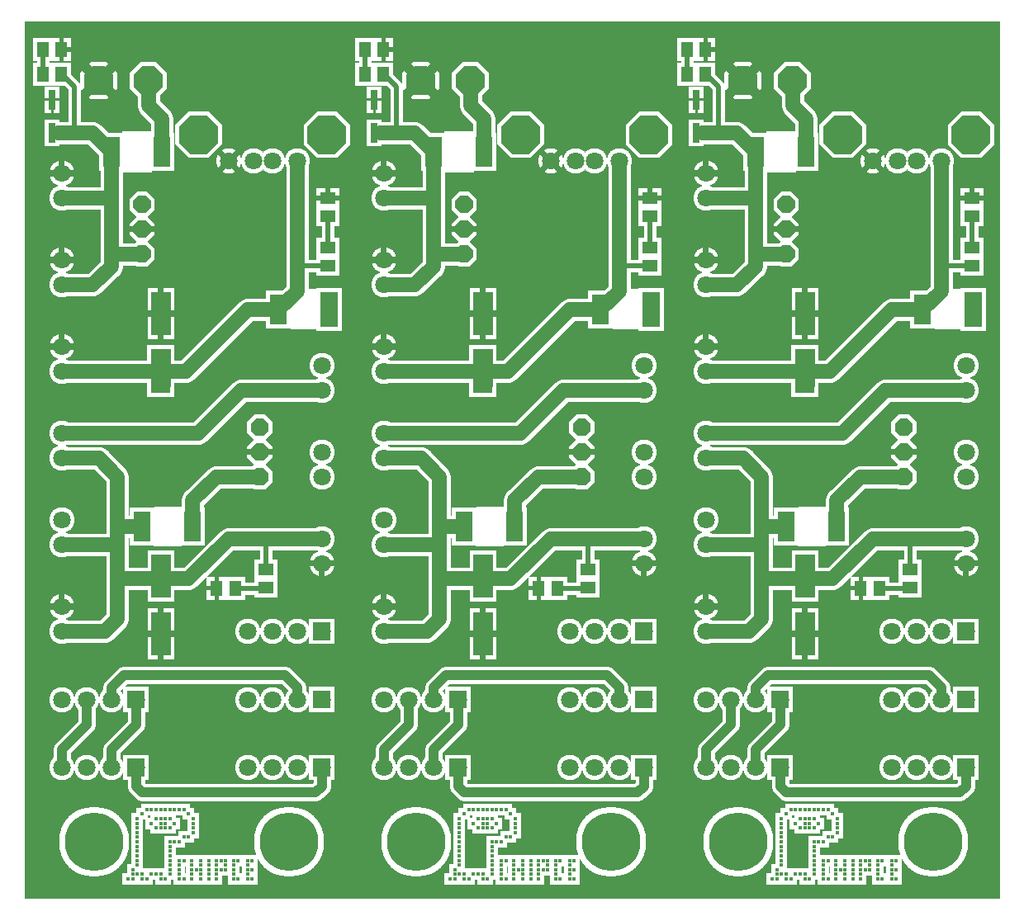
<source format=gbr>
%FSLAX34Y34*%
%MOMM*%
%LNCOPPER_TOP*%
G71*
G01*
%ADD10C, 2.60*%
%ADD11R, 2.58X3.95*%
%ADD12C, 2.30*%
%ADD13R, 2.10X2.40*%
%ADD14C, 1.30*%
%ADD15C, 0.10*%
%ADD16R, 1.60X2.80*%
%ADD17R, 2.80X4.80*%
%ADD18R, 2.80X5.30*%
%ADD19C, 1.80*%
%ADD20R, 2.40X2.10*%
%ADD21C, 7.20*%
%ADD22R, 1.20X1.20*%
%ADD23C, 0.00*%
%ADD24C, 1.00*%
%ADD25C, 0.60*%
%ADD26C, 0.67*%
%ADD27C, 0.27*%
%ADD28C, 0.43*%
%ADD29C, 1.80*%
%ADD30R, 1.78X3.15*%
%ADD31C, 1.50*%
%ADD32R, 1.30X1.60*%
%ADD33C, 0.50*%
%ADD34R, 0.80X2.00*%
%ADD35R, 2.00X4.00*%
%ADD36R, 2.00X4.50*%
%ADD37R, 1.60X1.30*%
%ADD38C, 6.00*%
%ADD39R, 0.40X0.40*%
%LPD*%
G36*
X0Y1000000D02*
X1000000Y1000000D01*
X1000000Y100000D01*
X0Y100000D01*
X0Y1000000D01*
G37*
%LPC*%
G36*
X146000Y931915D02*
X134885Y920800D01*
X119115Y920800D01*
X108000Y931915D01*
X108000Y947685D01*
X119115Y958800D01*
X134885Y958800D01*
X146000Y947685D01*
X146000Y931915D01*
G37*
G36*
X95200Y931915D02*
X84085Y920800D01*
X68315Y920800D01*
X57200Y931915D01*
X57200Y947685D01*
X68315Y958800D01*
X84085Y958800D01*
X95200Y947685D01*
X95200Y931915D01*
G37*
X38100Y819150D02*
G54D10*
D03*
X38100Y844550D02*
G54D10*
D03*
X38100Y730250D02*
G54D10*
D03*
X38100Y755650D02*
G54D10*
D03*
G36*
X57200Y947685D02*
X68315Y958800D01*
X84085Y958800D01*
X95200Y947685D01*
X95200Y931915D01*
X84085Y920800D01*
X68315Y920800D01*
X57200Y931915D01*
X57200Y947685D01*
G37*
X38100Y844550D02*
G54D10*
D03*
X38100Y755650D02*
G54D10*
D03*
X209550Y857250D02*
G54D10*
D03*
G36*
X126045Y825800D02*
X133650Y818195D01*
X133650Y807405D01*
X126045Y799800D01*
X115255Y799800D01*
X107650Y807405D01*
X107650Y818195D01*
X115255Y825800D01*
X126045Y825800D01*
G37*
G36*
X126045Y800400D02*
X133650Y792795D01*
X133650Y782005D01*
X126045Y774400D01*
X115255Y774400D01*
X107650Y782005D01*
X107650Y792795D01*
X115255Y800400D01*
X126045Y800400D01*
G37*
G36*
X126045Y775000D02*
X133650Y767395D01*
X133650Y756605D01*
X126045Y749000D01*
X115255Y749000D01*
X107650Y756605D01*
X107650Y767395D01*
X115255Y775000D01*
X126045Y775000D01*
G37*
G36*
X126045Y800400D02*
X133650Y792795D01*
X133650Y782005D01*
X126045Y774400D01*
X115255Y774400D01*
X107650Y782005D01*
X107650Y792795D01*
X115255Y800400D01*
X126045Y800400D01*
G37*
X140891Y866775D02*
G54D11*
D03*
X88900Y866775D02*
G54D11*
D03*
G54D12*
X127000Y939800D02*
X127000Y914400D01*
X141288Y900112D01*
X141288Y867172D01*
X140891Y866775D01*
X279400Y857250D02*
G54D10*
D03*
X254397Y857250D02*
G54D10*
D03*
X234553Y857250D02*
G54D10*
D03*
X209550Y857250D02*
G54D10*
D03*
G36*
X334158Y874277D02*
X320118Y860237D01*
X300198Y860237D01*
X286158Y874277D01*
X286158Y894197D01*
X300198Y908237D01*
X320118Y908237D01*
X334158Y894197D01*
X334158Y874277D01*
G37*
G36*
X202594Y874277D02*
X188554Y860237D01*
X168634Y860237D01*
X154594Y874277D01*
X154594Y894197D01*
X168634Y908237D01*
X188554Y908237D01*
X202594Y894197D01*
X202594Y874277D01*
G37*
G54D12*
X38100Y730250D02*
X69850Y730250D01*
X88900Y749300D01*
X88900Y866775D01*
G54D12*
X38100Y819150D02*
X88900Y819150D01*
X19050Y946150D02*
G54D13*
D03*
X38050Y946150D02*
G54D13*
D03*
X19050Y971550D02*
G54D13*
D03*
X38050Y971550D02*
G54D13*
D03*
G54D14*
X19050Y946150D02*
X19050Y971550D01*
G36*
X100012Y887412D02*
X130175Y887412D01*
X130175Y846138D01*
X100012Y846138D01*
X100012Y887412D01*
G37*
G54D15*
X100012Y887412D02*
X130175Y887412D01*
X130175Y846138D01*
X100012Y846138D01*
X100012Y887412D01*
X28575Y885825D02*
G54D16*
D03*
X28575Y920155D02*
G54D16*
D03*
G54D12*
X34925Y885825D02*
X69850Y885825D01*
X85725Y869950D01*
G54D14*
X38050Y946150D02*
X38100Y946150D01*
X50800Y933450D01*
X50800Y885825D01*
X139700Y698500D02*
G54D17*
D03*
X139700Y644525D02*
G54D17*
D03*
X139700Y700881D02*
G54D18*
D03*
G36*
X125700Y668247D02*
X153700Y668247D01*
X153700Y615247D01*
X125700Y615247D01*
X125700Y668247D01*
G37*
X228600Y374650D02*
G54D10*
D03*
X254000Y374650D02*
G54D10*
D03*
X279400Y374650D02*
G54D10*
D03*
X304800Y374650D02*
G54D10*
D03*
X228600Y304800D02*
G54D10*
D03*
X254000Y304800D02*
G54D10*
D03*
X279400Y304800D02*
G54D10*
D03*
X304800Y304800D02*
G54D10*
D03*
X38100Y304800D02*
G54D10*
D03*
X63500Y304800D02*
G54D10*
D03*
X88900Y304800D02*
G54D10*
D03*
X114300Y304800D02*
G54D10*
D03*
X38100Y234950D02*
G54D10*
D03*
X63500Y234950D02*
G54D10*
D03*
X88900Y234950D02*
G54D10*
D03*
X114300Y234950D02*
G54D10*
D03*
X228600Y234950D02*
G54D10*
D03*
X254000Y234950D02*
G54D10*
D03*
X279400Y234950D02*
G54D10*
D03*
X304800Y234950D02*
G54D10*
D03*
X38100Y641350D02*
G54D10*
D03*
X38100Y666750D02*
G54D10*
D03*
X38100Y666750D02*
G54D10*
D03*
G36*
X291800Y247950D02*
X317800Y247950D01*
X317800Y221950D01*
X291800Y221950D01*
X291800Y247950D01*
G37*
G36*
X101300Y317800D02*
X127300Y317800D01*
X127300Y291800D01*
X101300Y291800D01*
X101300Y317800D01*
G37*
G36*
X101300Y247950D02*
X127300Y247950D01*
X127300Y221950D01*
X101300Y221950D01*
X101300Y247950D01*
G37*
G36*
X291800Y317800D02*
X317800Y317800D01*
X317800Y291800D01*
X291800Y291800D01*
X291800Y317800D01*
G37*
G36*
X291800Y387650D02*
X317800Y387650D01*
X317800Y361650D01*
X291800Y361650D01*
X291800Y387650D01*
G37*
G54D19*
X114300Y234950D02*
X114300Y215900D01*
X120650Y209550D01*
X298450Y209550D01*
X304800Y215900D01*
X304800Y234950D01*
G54D19*
X88900Y234950D02*
X88900Y254000D01*
X114300Y279400D01*
X114300Y304800D01*
G54D19*
X88900Y304800D02*
X88900Y317500D01*
X101600Y330200D01*
X266700Y330200D01*
X279400Y317500D01*
X279400Y304800D01*
G54D19*
X38100Y234950D02*
X38100Y254000D01*
X63500Y279400D01*
X63500Y304800D01*
G54D12*
X120650Y762000D02*
X88900Y762000D01*
X260350Y704850D02*
G54D11*
D03*
X312341Y704850D02*
G54D11*
D03*
G54D12*
X38100Y641350D02*
X139700Y641350D01*
G54D12*
X139700Y641350D02*
X165100Y641350D01*
X228600Y704850D01*
X260350Y704850D01*
G36*
X299341Y726850D02*
X325341Y726850D01*
X325341Y682850D01*
X299341Y682850D01*
X299341Y726850D01*
G37*
G54D12*
X260350Y704850D02*
X279400Y723900D01*
X279400Y857250D01*
X139700Y700880D02*
G54D18*
D03*
X28580Y920150D02*
G54D16*
D03*
X38050Y971550D02*
G54D13*
D03*
X311150Y819150D02*
G54D20*
D03*
X311150Y800150D02*
G54D20*
D03*
X311150Y768350D02*
G54D20*
D03*
X311150Y749350D02*
G54D20*
D03*
X311150Y819150D02*
G54D20*
D03*
G54D14*
X311150Y768350D02*
X311150Y800150D01*
G54D14*
X311150Y749350D02*
X279450Y749350D01*
X279400Y749300D01*
G36*
X235905Y520400D02*
X228300Y528005D01*
X228300Y538795D01*
X235905Y546400D01*
X246695Y546400D01*
X254300Y538795D01*
X254300Y528005D01*
X246695Y520400D01*
X235905Y520400D01*
G37*
G36*
X235905Y545800D02*
X228300Y553405D01*
X228300Y564195D01*
X235905Y571800D01*
X246695Y571800D01*
X254300Y564195D01*
X254300Y553405D01*
X246695Y545800D01*
X235905Y545800D01*
G37*
G36*
X235905Y571200D02*
X228300Y578805D01*
X228300Y589595D01*
X235905Y597200D01*
X246695Y597200D01*
X254300Y589595D01*
X254300Y578805D01*
X246695Y571200D01*
X235905Y571200D01*
G37*
G36*
X235905Y545800D02*
X228300Y553405D01*
X228300Y564195D01*
X235905Y571800D01*
X246695Y571800D01*
X254300Y564195D01*
X254300Y553405D01*
X246695Y545800D01*
X235905Y545800D01*
G37*
X304800Y647700D02*
G54D10*
D03*
X304800Y622300D02*
G54D10*
D03*
X304800Y558800D02*
G54D10*
D03*
X304800Y533400D02*
G54D10*
D03*
X38100Y552450D02*
G54D10*
D03*
X38100Y577850D02*
G54D10*
D03*
X38100Y463550D02*
G54D10*
D03*
X38100Y488950D02*
G54D10*
D03*
X120650Y482600D02*
G54D11*
D03*
X172641Y482600D02*
G54D11*
D03*
G54D12*
X95250Y482600D02*
X120650Y482600D01*
G54D12*
X38100Y577850D02*
X177800Y577850D01*
X222250Y622300D01*
X304800Y622300D01*
G54D12*
X38100Y374650D02*
X82550Y374650D01*
X95250Y387350D01*
X95250Y469900D01*
X38100Y374650D02*
G54D10*
D03*
X38100Y400050D02*
G54D10*
D03*
X38100Y400050D02*
G54D10*
D03*
X215900Y419100D02*
G54D13*
D03*
X196900Y419100D02*
G54D13*
D03*
X196900Y419100D02*
G54D13*
D03*
X139700Y374650D02*
G54D17*
D03*
X139700Y428625D02*
G54D17*
D03*
X139700Y372269D02*
G54D18*
D03*
X139700Y431403D02*
G54D18*
D03*
X139700Y372270D02*
G54D18*
D03*
G54D12*
X95647Y428625D02*
X139700Y428625D01*
X140097Y429022D01*
X247650Y419150D02*
G54D20*
D03*
X247650Y438150D02*
G54D20*
D03*
X304800Y469900D02*
G54D10*
D03*
X304800Y444500D02*
G54D10*
D03*
X304800Y444500D02*
G54D10*
D03*
G54D12*
X172641Y482600D02*
X172641Y509191D01*
X196850Y533400D01*
X241300Y533400D01*
G54D12*
X304800Y469900D02*
X234950Y469900D01*
G54D12*
X139700Y428625D02*
X168275Y428625D01*
X209550Y469900D01*
X234950Y469900D01*
G54D14*
X215900Y419100D02*
X247600Y419100D01*
X247650Y419150D01*
G54D14*
X247650Y438150D02*
X247650Y469900D01*
X71438Y158750D02*
G54D21*
D03*
X271462Y158750D02*
G54D21*
D03*
G54D12*
X38100Y552450D02*
X76200Y552450D01*
X95250Y533400D01*
X95250Y469900D01*
X130175Y192088D02*
G54D22*
D03*
X134938Y192088D02*
G54D22*
D03*
X139700Y192088D02*
G54D22*
D03*
X144462Y192088D02*
G54D22*
D03*
X149225Y192088D02*
G54D22*
D03*
X153988Y192088D02*
G54D22*
D03*
X158750Y192088D02*
G54D22*
D03*
X163512Y192088D02*
G54D22*
D03*
X115888Y177800D02*
G54D22*
D03*
X115888Y173038D02*
G54D22*
D03*
X115888Y168275D02*
G54D22*
D03*
X115888Y163512D02*
G54D22*
D03*
X115888Y158750D02*
G54D22*
D03*
X115888Y153988D02*
G54D22*
D03*
X115888Y149225D02*
G54D22*
D03*
X115888Y144462D02*
G54D22*
D03*
X115888Y139700D02*
G54D22*
D03*
X115888Y134938D02*
G54D22*
D03*
X111125Y130175D02*
G54D22*
D03*
X111125Y125412D02*
G54D22*
D03*
X111125Y120650D02*
G54D22*
D03*
X106362Y120650D02*
G54D22*
D03*
X120650Y125412D02*
G54D22*
D03*
X120650Y120650D02*
G54D22*
D03*
X125412Y120650D02*
G54D22*
D03*
X130175Y125412D02*
G54D22*
D03*
X134938Y125412D02*
G54D22*
D03*
X139700Y125412D02*
G54D22*
D03*
X139700Y120650D02*
G54D22*
D03*
X144462Y120650D02*
G54D22*
D03*
X173038Y168275D02*
G54D22*
D03*
X173038Y173038D02*
G54D22*
D03*
X173038Y177800D02*
G54D22*
D03*
X173038Y182562D02*
G54D22*
D03*
X168275Y187325D02*
G54D22*
D03*
X130175Y177800D02*
G54D22*
D03*
X134938Y182562D02*
G54D22*
D03*
X139700Y182562D02*
G54D22*
D03*
X144462Y182562D02*
G54D22*
D03*
X149225Y182562D02*
G54D22*
D03*
X153988Y177800D02*
G54D22*
D03*
X134938Y173038D02*
G54D22*
D03*
X139700Y173038D02*
G54D22*
D03*
X144462Y173038D02*
G54D22*
D03*
X149225Y173038D02*
G54D22*
D03*
X139700Y177800D02*
G54D22*
D03*
X144462Y177800D02*
G54D22*
D03*
X115888Y125412D02*
G54D22*
D03*
X168275Y163512D02*
G54D22*
D03*
X163512Y163512D02*
G54D22*
D03*
X153988Y158750D02*
G54D22*
D03*
X158750Y158750D02*
G54D22*
D03*
X149225Y158750D02*
G54D22*
D03*
X149225Y153988D02*
G54D22*
D03*
X149225Y149225D02*
G54D22*
D03*
X149225Y144462D02*
G54D22*
D03*
X149225Y139700D02*
G54D22*
D03*
X149225Y134938D02*
G54D22*
D03*
X149225Y130175D02*
G54D22*
D03*
X149225Y125412D02*
G54D22*
D03*
X125412Y192088D02*
G54D22*
D03*
X120650Y187325D02*
G54D22*
D03*
X115888Y182562D02*
G54D22*
D03*
X158750Y125412D02*
G54D22*
D03*
X158750Y130175D02*
G54D22*
D03*
X158750Y134938D02*
G54D22*
D03*
X163512Y139700D02*
G54D22*
D03*
X163512Y120650D02*
G54D22*
D03*
X171450Y139700D02*
G54D22*
D03*
X171450Y134938D02*
G54D22*
D03*
X171450Y130175D02*
G54D22*
D03*
X176212Y130175D02*
G54D22*
D03*
X180975Y130175D02*
G54D22*
D03*
X180975Y134938D02*
G54D22*
D03*
X180975Y139700D02*
G54D22*
D03*
X171450Y125412D02*
G54D22*
D03*
X171450Y120650D02*
G54D22*
D03*
X180975Y125412D02*
G54D22*
D03*
X180975Y120650D02*
G54D22*
D03*
X188912Y139700D02*
G54D22*
D03*
X188912Y134938D02*
G54D22*
D03*
X188912Y130175D02*
G54D22*
D03*
X188912Y125412D02*
G54D22*
D03*
X188912Y120650D02*
G54D22*
D03*
X196850Y139700D02*
G54D22*
D03*
X196850Y134938D02*
G54D22*
D03*
X196850Y130175D02*
G54D22*
D03*
X196850Y125412D02*
G54D22*
D03*
X196850Y120650D02*
G54D22*
D03*
X201612Y130175D02*
G54D22*
D03*
X201612Y139700D02*
G54D22*
D03*
X206375Y139700D02*
G54D22*
D03*
X206375Y130175D02*
G54D22*
D03*
X206375Y134938D02*
G54D22*
D03*
X158750Y139700D02*
G54D22*
D03*
X158750Y120650D02*
G54D22*
D03*
X214312Y139700D02*
G54D22*
D03*
X214312Y134938D02*
G54D22*
D03*
X214312Y130175D02*
G54D22*
D03*
X214312Y125412D02*
G54D22*
D03*
X214312Y120650D02*
G54D22*
D03*
X219075Y120650D02*
G54D22*
D03*
X219075Y139700D02*
G54D22*
D03*
X228600Y120650D02*
G54D22*
D03*
X228600Y125412D02*
G54D22*
D03*
X228600Y130175D02*
G54D22*
D03*
X228600Y134938D02*
G54D22*
D03*
X228600Y139700D02*
G54D22*
D03*
X233362Y139700D02*
G54D22*
D03*
X233362Y130175D02*
G54D22*
D03*
X233362Y120650D02*
G54D22*
D03*
G54D12*
X38100Y463550D02*
X93662Y463550D01*
G36*
X300038Y726281D02*
X300038Y685006D01*
X273050Y685006D01*
X273050Y704056D01*
X290512Y721519D01*
X290512Y726281D01*
X300038Y726281D01*
G37*
G54D23*
X300038Y726281D02*
X300038Y685006D01*
X273050Y685006D01*
X273050Y704056D01*
X290512Y721519D01*
X290512Y726281D01*
X300038Y726281D01*
G36*
X133350Y502444D02*
X160338Y502444D01*
X160338Y462756D01*
X132556Y462756D01*
X133350Y502444D01*
G37*
G54D23*
X133350Y502444D02*
X160338Y502444D01*
X160338Y462756D01*
X132556Y462756D01*
X133350Y502444D01*
G36*
X476200Y931915D02*
X465085Y920800D01*
X449315Y920800D01*
X438200Y931915D01*
X438200Y947685D01*
X449315Y958800D01*
X465085Y958800D01*
X476200Y947685D01*
X476200Y931915D01*
G37*
G36*
X425400Y931915D02*
X414285Y920800D01*
X398515Y920800D01*
X387400Y931915D01*
X387400Y947685D01*
X398515Y958800D01*
X414285Y958800D01*
X425400Y947685D01*
X425400Y931915D01*
G37*
X368300Y819150D02*
G54D10*
D03*
X368300Y844550D02*
G54D10*
D03*
X368300Y730250D02*
G54D10*
D03*
X368300Y755650D02*
G54D10*
D03*
G36*
X387400Y947685D02*
X398515Y958800D01*
X414285Y958800D01*
X425400Y947685D01*
X425400Y931915D01*
X414285Y920800D01*
X398515Y920800D01*
X387400Y931915D01*
X387400Y947685D01*
G37*
X368300Y844550D02*
G54D10*
D03*
X368300Y755650D02*
G54D10*
D03*
X539750Y857250D02*
G54D10*
D03*
G36*
X456245Y825800D02*
X463850Y818195D01*
X463850Y807405D01*
X456245Y799800D01*
X445455Y799800D01*
X437850Y807405D01*
X437850Y818195D01*
X445455Y825800D01*
X456245Y825800D01*
G37*
G36*
X456245Y800400D02*
X463850Y792795D01*
X463850Y782005D01*
X456245Y774400D01*
X445455Y774400D01*
X437850Y782005D01*
X437850Y792795D01*
X445455Y800400D01*
X456245Y800400D01*
G37*
G36*
X456245Y775000D02*
X463850Y767395D01*
X463850Y756605D01*
X456245Y749000D01*
X445455Y749000D01*
X437850Y756605D01*
X437850Y767395D01*
X445455Y775000D01*
X456245Y775000D01*
G37*
G36*
X456245Y800400D02*
X463850Y792795D01*
X463850Y782005D01*
X456245Y774400D01*
X445455Y774400D01*
X437850Y782005D01*
X437850Y792795D01*
X445455Y800400D01*
X456245Y800400D01*
G37*
X471091Y866775D02*
G54D11*
D03*
X419100Y866775D02*
G54D11*
D03*
G54D12*
X457200Y939800D02*
X457200Y914400D01*
X471488Y900112D01*
X471488Y867172D01*
X471091Y866775D01*
X609600Y857250D02*
G54D10*
D03*
X584597Y857250D02*
G54D10*
D03*
X564753Y857250D02*
G54D10*
D03*
X539750Y857250D02*
G54D10*
D03*
G36*
X664358Y874277D02*
X650318Y860237D01*
X630398Y860237D01*
X616358Y874277D01*
X616358Y894197D01*
X630398Y908237D01*
X650318Y908237D01*
X664358Y894197D01*
X664358Y874277D01*
G37*
G36*
X532794Y874277D02*
X518754Y860237D01*
X498834Y860237D01*
X484794Y874277D01*
X484794Y894197D01*
X498834Y908237D01*
X518754Y908237D01*
X532794Y894197D01*
X532794Y874277D01*
G37*
G54D12*
X368300Y730250D02*
X400050Y730250D01*
X419100Y749300D01*
X419100Y866775D01*
G54D12*
X368300Y819150D02*
X419100Y819150D01*
X349250Y946150D02*
G54D13*
D03*
X368250Y946150D02*
G54D13*
D03*
X349250Y971550D02*
G54D13*
D03*
X368250Y971550D02*
G54D13*
D03*
G54D14*
X349250Y946150D02*
X349250Y971550D01*
G36*
X430212Y887412D02*
X460375Y887412D01*
X460375Y846138D01*
X430212Y846138D01*
X430212Y887412D01*
G37*
G54D15*
X430212Y887412D02*
X460375Y887412D01*
X460375Y846138D01*
X430212Y846138D01*
X430212Y887412D01*
X358775Y885825D02*
G54D16*
D03*
X358775Y920155D02*
G54D16*
D03*
G54D12*
X365125Y885825D02*
X400050Y885825D01*
X415925Y869950D01*
G54D14*
X368250Y946150D02*
X368300Y946150D01*
X381000Y933450D01*
X381000Y885825D01*
X469900Y698500D02*
G54D17*
D03*
X469900Y644525D02*
G54D17*
D03*
X469900Y700881D02*
G54D18*
D03*
G36*
X455900Y668247D02*
X483900Y668247D01*
X483900Y615247D01*
X455900Y615247D01*
X455900Y668247D01*
G37*
X558800Y374650D02*
G54D10*
D03*
X584200Y374650D02*
G54D10*
D03*
X609600Y374650D02*
G54D10*
D03*
X635000Y374650D02*
G54D10*
D03*
X558800Y304800D02*
G54D10*
D03*
X584200Y304800D02*
G54D10*
D03*
X609600Y304800D02*
G54D10*
D03*
X635000Y304800D02*
G54D10*
D03*
X368300Y304800D02*
G54D10*
D03*
X393700Y304800D02*
G54D10*
D03*
X419100Y304800D02*
G54D10*
D03*
X444500Y304800D02*
G54D10*
D03*
X368300Y234950D02*
G54D10*
D03*
X393700Y234950D02*
G54D10*
D03*
X419100Y234950D02*
G54D10*
D03*
X444500Y234950D02*
G54D10*
D03*
X558800Y234950D02*
G54D10*
D03*
X584200Y234950D02*
G54D10*
D03*
X609600Y234950D02*
G54D10*
D03*
X635000Y234950D02*
G54D10*
D03*
X368300Y641350D02*
G54D10*
D03*
X368300Y666750D02*
G54D10*
D03*
X368300Y666750D02*
G54D10*
D03*
G36*
X622000Y247950D02*
X648000Y247950D01*
X648000Y221950D01*
X622000Y221950D01*
X622000Y247950D01*
G37*
G36*
X431500Y317800D02*
X457500Y317800D01*
X457500Y291800D01*
X431500Y291800D01*
X431500Y317800D01*
G37*
G36*
X431500Y247950D02*
X457500Y247950D01*
X457500Y221950D01*
X431500Y221950D01*
X431500Y247950D01*
G37*
G36*
X622000Y317800D02*
X648000Y317800D01*
X648000Y291800D01*
X622000Y291800D01*
X622000Y317800D01*
G37*
G36*
X622000Y387650D02*
X648000Y387650D01*
X648000Y361650D01*
X622000Y361650D01*
X622000Y387650D01*
G37*
G54D19*
X444500Y234950D02*
X444500Y215900D01*
X450850Y209550D01*
X628650Y209550D01*
X635000Y215900D01*
X635000Y234950D01*
G54D19*
X419100Y234950D02*
X419100Y254000D01*
X444500Y279400D01*
X444500Y304800D01*
G54D19*
X419100Y304800D02*
X419100Y317500D01*
X431800Y330200D01*
X596900Y330200D01*
X609600Y317500D01*
X609600Y304800D01*
G54D19*
X368300Y234950D02*
X368300Y254000D01*
X393700Y279400D01*
X393700Y304800D01*
G54D12*
X450850Y762000D02*
X419100Y762000D01*
X590550Y704850D02*
G54D11*
D03*
X642541Y704850D02*
G54D11*
D03*
G54D12*
X368300Y641350D02*
X469900Y641350D01*
G54D12*
X469900Y641350D02*
X495300Y641350D01*
X558800Y704850D01*
X590550Y704850D01*
G36*
X629541Y726850D02*
X655541Y726850D01*
X655541Y682850D01*
X629541Y682850D01*
X629541Y726850D01*
G37*
G54D12*
X590550Y704850D02*
X609600Y723900D01*
X609600Y857250D01*
X469900Y700880D02*
G54D18*
D03*
X358780Y920150D02*
G54D16*
D03*
X368250Y971550D02*
G54D13*
D03*
X641350Y819150D02*
G54D20*
D03*
X641350Y800150D02*
G54D20*
D03*
X641350Y768350D02*
G54D20*
D03*
X641350Y749350D02*
G54D20*
D03*
X641350Y819150D02*
G54D20*
D03*
G54D14*
X641350Y768350D02*
X641350Y800150D01*
G54D14*
X641350Y749350D02*
X609650Y749350D01*
X609600Y749300D01*
G36*
X566105Y520400D02*
X558500Y528005D01*
X558500Y538795D01*
X566105Y546400D01*
X576895Y546400D01*
X584500Y538795D01*
X584500Y528005D01*
X576895Y520400D01*
X566105Y520400D01*
G37*
G36*
X566105Y545800D02*
X558500Y553405D01*
X558500Y564195D01*
X566105Y571800D01*
X576895Y571800D01*
X584500Y564195D01*
X584500Y553405D01*
X576895Y545800D01*
X566105Y545800D01*
G37*
G36*
X566105Y571200D02*
X558500Y578805D01*
X558500Y589595D01*
X566105Y597200D01*
X576895Y597200D01*
X584500Y589595D01*
X584500Y578805D01*
X576895Y571200D01*
X566105Y571200D01*
G37*
G36*
X566105Y545800D02*
X558500Y553405D01*
X558500Y564195D01*
X566105Y571800D01*
X576895Y571800D01*
X584500Y564195D01*
X584500Y553405D01*
X576895Y545800D01*
X566105Y545800D01*
G37*
X635000Y647700D02*
G54D10*
D03*
X635000Y622300D02*
G54D10*
D03*
X635000Y558800D02*
G54D10*
D03*
X635000Y533400D02*
G54D10*
D03*
X368300Y552450D02*
G54D10*
D03*
X368300Y577850D02*
G54D10*
D03*
X368300Y463550D02*
G54D10*
D03*
X368300Y488950D02*
G54D10*
D03*
X450850Y482600D02*
G54D11*
D03*
X502841Y482600D02*
G54D11*
D03*
G54D12*
X425450Y482600D02*
X450850Y482600D01*
G54D12*
X368300Y577850D02*
X508000Y577850D01*
X552450Y622300D01*
X635000Y622300D01*
G54D12*
X368300Y374650D02*
X412750Y374650D01*
X425450Y387350D01*
X425450Y469900D01*
X368300Y374650D02*
G54D10*
D03*
X368300Y400050D02*
G54D10*
D03*
X368300Y400050D02*
G54D10*
D03*
X546100Y419100D02*
G54D13*
D03*
X527100Y419100D02*
G54D13*
D03*
X527100Y419100D02*
G54D13*
D03*
X469900Y374650D02*
G54D17*
D03*
X469900Y428625D02*
G54D17*
D03*
X469900Y372269D02*
G54D18*
D03*
X469900Y431403D02*
G54D18*
D03*
X469900Y372270D02*
G54D18*
D03*
G54D12*
X425847Y428625D02*
X469900Y428625D01*
X470297Y429022D01*
X577850Y419150D02*
G54D20*
D03*
X577850Y438150D02*
G54D20*
D03*
X635000Y469900D02*
G54D10*
D03*
X635000Y444500D02*
G54D10*
D03*
X635000Y444500D02*
G54D10*
D03*
G54D12*
X502841Y482600D02*
X502841Y509191D01*
X527050Y533400D01*
X571500Y533400D01*
G54D12*
X635000Y469900D02*
X565150Y469900D01*
G54D12*
X469900Y428625D02*
X498475Y428625D01*
X539750Y469900D01*
X565150Y469900D01*
G54D14*
X546100Y419100D02*
X577800Y419100D01*
X577850Y419150D01*
G54D14*
X577850Y438150D02*
X577850Y469900D01*
X401638Y158750D02*
G54D21*
D03*
X601662Y158750D02*
G54D21*
D03*
G54D12*
X368300Y552450D02*
X406400Y552450D01*
X425450Y533400D01*
X425450Y469900D01*
X460375Y192088D02*
G54D22*
D03*
X465138Y192088D02*
G54D22*
D03*
X469900Y192088D02*
G54D22*
D03*
X474662Y192088D02*
G54D22*
D03*
X479425Y192088D02*
G54D22*
D03*
X484188Y192088D02*
G54D22*
D03*
X488950Y192088D02*
G54D22*
D03*
X493712Y192088D02*
G54D22*
D03*
X446088Y177800D02*
G54D22*
D03*
X446088Y173038D02*
G54D22*
D03*
X446088Y168275D02*
G54D22*
D03*
X446088Y163512D02*
G54D22*
D03*
X446088Y158750D02*
G54D22*
D03*
X446088Y153988D02*
G54D22*
D03*
X446088Y149225D02*
G54D22*
D03*
X446088Y144462D02*
G54D22*
D03*
X446088Y139700D02*
G54D22*
D03*
X446088Y134938D02*
G54D22*
D03*
X441325Y130175D02*
G54D22*
D03*
X441325Y125412D02*
G54D22*
D03*
X441325Y120650D02*
G54D22*
D03*
X436562Y120650D02*
G54D22*
D03*
X450850Y125412D02*
G54D22*
D03*
X450850Y120650D02*
G54D22*
D03*
X455612Y120650D02*
G54D22*
D03*
X460375Y125412D02*
G54D22*
D03*
X465138Y125412D02*
G54D22*
D03*
X469900Y125412D02*
G54D22*
D03*
X469900Y120650D02*
G54D22*
D03*
X474662Y120650D02*
G54D22*
D03*
X503238Y168275D02*
G54D22*
D03*
X503238Y173038D02*
G54D22*
D03*
X503238Y177800D02*
G54D22*
D03*
X503238Y182562D02*
G54D22*
D03*
X498475Y187325D02*
G54D22*
D03*
X460375Y177800D02*
G54D22*
D03*
X465138Y182562D02*
G54D22*
D03*
X469900Y182562D02*
G54D22*
D03*
X474662Y182562D02*
G54D22*
D03*
X479425Y182562D02*
G54D22*
D03*
X484188Y177800D02*
G54D22*
D03*
X465138Y173038D02*
G54D22*
D03*
X469900Y173038D02*
G54D22*
D03*
X474662Y173038D02*
G54D22*
D03*
X479425Y173038D02*
G54D22*
D03*
X469900Y177800D02*
G54D22*
D03*
X474662Y177800D02*
G54D22*
D03*
X446088Y125412D02*
G54D22*
D03*
X498475Y163512D02*
G54D22*
D03*
X493712Y163512D02*
G54D22*
D03*
X484188Y158750D02*
G54D22*
D03*
X488950Y158750D02*
G54D22*
D03*
X479425Y158750D02*
G54D22*
D03*
X479425Y153988D02*
G54D22*
D03*
X479425Y149225D02*
G54D22*
D03*
X479425Y144462D02*
G54D22*
D03*
X479425Y139700D02*
G54D22*
D03*
X479425Y134938D02*
G54D22*
D03*
X479425Y130175D02*
G54D22*
D03*
X479425Y125412D02*
G54D22*
D03*
X455612Y192088D02*
G54D22*
D03*
X450850Y187325D02*
G54D22*
D03*
X446088Y182562D02*
G54D22*
D03*
X488950Y125412D02*
G54D22*
D03*
X488950Y130175D02*
G54D22*
D03*
X488950Y134938D02*
G54D22*
D03*
X493712Y139700D02*
G54D22*
D03*
X493712Y120650D02*
G54D22*
D03*
X501650Y139700D02*
G54D22*
D03*
X501650Y134938D02*
G54D22*
D03*
X501650Y130175D02*
G54D22*
D03*
X506412Y130175D02*
G54D22*
D03*
X511175Y130175D02*
G54D22*
D03*
X511175Y134938D02*
G54D22*
D03*
X511175Y139700D02*
G54D22*
D03*
X501650Y125412D02*
G54D22*
D03*
X501650Y120650D02*
G54D22*
D03*
X511175Y125412D02*
G54D22*
D03*
X511175Y120650D02*
G54D22*
D03*
X519112Y139700D02*
G54D22*
D03*
X519112Y134938D02*
G54D22*
D03*
X519112Y130175D02*
G54D22*
D03*
X519112Y125412D02*
G54D22*
D03*
X519112Y120650D02*
G54D22*
D03*
X527050Y139700D02*
G54D22*
D03*
X527050Y134938D02*
G54D22*
D03*
X527050Y130175D02*
G54D22*
D03*
X527050Y125412D02*
G54D22*
D03*
X527050Y120650D02*
G54D22*
D03*
X531812Y130175D02*
G54D22*
D03*
X531812Y139700D02*
G54D22*
D03*
X536575Y139700D02*
G54D22*
D03*
X536575Y130175D02*
G54D22*
D03*
X536575Y134938D02*
G54D22*
D03*
X488950Y139700D02*
G54D22*
D03*
X488950Y120650D02*
G54D22*
D03*
X544512Y139700D02*
G54D22*
D03*
X544512Y134938D02*
G54D22*
D03*
X544512Y130175D02*
G54D22*
D03*
X544512Y125412D02*
G54D22*
D03*
X544512Y120650D02*
G54D22*
D03*
X549275Y120650D02*
G54D22*
D03*
X549275Y139700D02*
G54D22*
D03*
X558800Y120650D02*
G54D22*
D03*
X558800Y125412D02*
G54D22*
D03*
X558800Y130175D02*
G54D22*
D03*
X558800Y134938D02*
G54D22*
D03*
X558800Y139700D02*
G54D22*
D03*
X563562Y139700D02*
G54D22*
D03*
X563562Y130175D02*
G54D22*
D03*
X563562Y120650D02*
G54D22*
D03*
G54D12*
X368300Y463550D02*
X423862Y463550D01*
G36*
X630238Y726281D02*
X630238Y685006D01*
X603250Y685006D01*
X603250Y704056D01*
X620712Y721519D01*
X620712Y726281D01*
X630238Y726281D01*
G37*
G54D23*
X630238Y726281D02*
X630238Y685006D01*
X603250Y685006D01*
X603250Y704056D01*
X620712Y721519D01*
X620712Y726281D01*
X630238Y726281D01*
G36*
X463550Y502444D02*
X490538Y502444D01*
X490538Y462756D01*
X462756Y462756D01*
X463550Y502444D01*
G37*
G54D23*
X463550Y502444D02*
X490538Y502444D01*
X490538Y462756D01*
X462756Y462756D01*
X463550Y502444D01*
G36*
X806400Y931915D02*
X795285Y920800D01*
X779515Y920800D01*
X768400Y931915D01*
X768400Y947685D01*
X779515Y958800D01*
X795285Y958800D01*
X806400Y947685D01*
X806400Y931915D01*
G37*
G36*
X755600Y931915D02*
X744485Y920800D01*
X728715Y920800D01*
X717600Y931915D01*
X717600Y947685D01*
X728715Y958800D01*
X744485Y958800D01*
X755600Y947685D01*
X755600Y931915D01*
G37*
X698500Y819150D02*
G54D10*
D03*
X698500Y844550D02*
G54D10*
D03*
X698500Y730250D02*
G54D10*
D03*
X698500Y755650D02*
G54D10*
D03*
G36*
X717600Y947685D02*
X728715Y958800D01*
X744485Y958800D01*
X755600Y947685D01*
X755600Y931915D01*
X744485Y920800D01*
X728715Y920800D01*
X717600Y931915D01*
X717600Y947685D01*
G37*
X698500Y844550D02*
G54D10*
D03*
X698500Y755650D02*
G54D10*
D03*
X869950Y857250D02*
G54D10*
D03*
G36*
X786445Y825800D02*
X794050Y818195D01*
X794050Y807405D01*
X786445Y799800D01*
X775655Y799800D01*
X768050Y807405D01*
X768050Y818195D01*
X775655Y825800D01*
X786445Y825800D01*
G37*
G36*
X786445Y800400D02*
X794050Y792795D01*
X794050Y782005D01*
X786445Y774400D01*
X775655Y774400D01*
X768050Y782005D01*
X768050Y792795D01*
X775655Y800400D01*
X786445Y800400D01*
G37*
G36*
X786445Y775000D02*
X794050Y767395D01*
X794050Y756605D01*
X786445Y749000D01*
X775655Y749000D01*
X768050Y756605D01*
X768050Y767395D01*
X775655Y775000D01*
X786445Y775000D01*
G37*
G36*
X786445Y800400D02*
X794050Y792795D01*
X794050Y782005D01*
X786445Y774400D01*
X775655Y774400D01*
X768050Y782005D01*
X768050Y792795D01*
X775655Y800400D01*
X786445Y800400D01*
G37*
X801291Y866775D02*
G54D11*
D03*
X749300Y866775D02*
G54D11*
D03*
G54D12*
X787400Y939800D02*
X787400Y914400D01*
X801688Y900112D01*
X801688Y867172D01*
X801291Y866775D01*
X939800Y857250D02*
G54D10*
D03*
X914797Y857250D02*
G54D10*
D03*
X894953Y857250D02*
G54D10*
D03*
X869950Y857250D02*
G54D10*
D03*
G36*
X994558Y874277D02*
X980518Y860237D01*
X960598Y860237D01*
X946558Y874277D01*
X946558Y894197D01*
X960598Y908237D01*
X980518Y908237D01*
X994558Y894197D01*
X994558Y874277D01*
G37*
G36*
X862994Y874277D02*
X848954Y860237D01*
X829034Y860237D01*
X814994Y874277D01*
X814994Y894197D01*
X829034Y908237D01*
X848954Y908237D01*
X862994Y894197D01*
X862994Y874277D01*
G37*
G54D12*
X698500Y730250D02*
X730250Y730250D01*
X749300Y749300D01*
X749300Y866775D01*
G54D12*
X698500Y819150D02*
X749300Y819150D01*
X679450Y946150D02*
G54D13*
D03*
X698450Y946150D02*
G54D13*
D03*
X679450Y971550D02*
G54D13*
D03*
X698450Y971550D02*
G54D13*
D03*
G54D14*
X679450Y946150D02*
X679450Y971550D01*
G36*
X760412Y887412D02*
X790575Y887412D01*
X790575Y846138D01*
X760412Y846138D01*
X760412Y887412D01*
G37*
G54D15*
X760412Y887412D02*
X790575Y887412D01*
X790575Y846138D01*
X760412Y846138D01*
X760412Y887412D01*
X688975Y885825D02*
G54D16*
D03*
X688975Y920155D02*
G54D16*
D03*
G54D12*
X695325Y885825D02*
X730250Y885825D01*
X746125Y869950D01*
G54D14*
X698450Y946150D02*
X698500Y946150D01*
X711200Y933450D01*
X711200Y885825D01*
X800100Y698500D02*
G54D17*
D03*
X800100Y644525D02*
G54D17*
D03*
X800100Y700881D02*
G54D18*
D03*
G36*
X786100Y668247D02*
X814100Y668247D01*
X814100Y615247D01*
X786100Y615247D01*
X786100Y668247D01*
G37*
X889000Y374650D02*
G54D10*
D03*
X914400Y374650D02*
G54D10*
D03*
X939800Y374650D02*
G54D10*
D03*
X965200Y374650D02*
G54D10*
D03*
X889000Y304800D02*
G54D10*
D03*
X914400Y304800D02*
G54D10*
D03*
X939800Y304800D02*
G54D10*
D03*
X965200Y304800D02*
G54D10*
D03*
X698500Y304800D02*
G54D10*
D03*
X723900Y304800D02*
G54D10*
D03*
X749300Y304800D02*
G54D10*
D03*
X774700Y304800D02*
G54D10*
D03*
X698500Y234950D02*
G54D10*
D03*
X723900Y234950D02*
G54D10*
D03*
X749300Y234950D02*
G54D10*
D03*
X774700Y234950D02*
G54D10*
D03*
X889000Y234950D02*
G54D10*
D03*
X914400Y234950D02*
G54D10*
D03*
X939800Y234950D02*
G54D10*
D03*
X965200Y234950D02*
G54D10*
D03*
X698500Y641350D02*
G54D10*
D03*
X698500Y666750D02*
G54D10*
D03*
X698500Y666750D02*
G54D10*
D03*
G36*
X952200Y247950D02*
X978200Y247950D01*
X978200Y221950D01*
X952200Y221950D01*
X952200Y247950D01*
G37*
G36*
X761700Y317800D02*
X787700Y317800D01*
X787700Y291800D01*
X761700Y291800D01*
X761700Y317800D01*
G37*
G36*
X761700Y247950D02*
X787700Y247950D01*
X787700Y221950D01*
X761700Y221950D01*
X761700Y247950D01*
G37*
G36*
X952200Y317800D02*
X978200Y317800D01*
X978200Y291800D01*
X952200Y291800D01*
X952200Y317800D01*
G37*
G36*
X952200Y387650D02*
X978200Y387650D01*
X978200Y361650D01*
X952200Y361650D01*
X952200Y387650D01*
G37*
G54D19*
X774700Y234950D02*
X774700Y215900D01*
X781050Y209550D01*
X958850Y209550D01*
X965200Y215900D01*
X965200Y234950D01*
G54D19*
X749300Y234950D02*
X749300Y254000D01*
X774700Y279400D01*
X774700Y304800D01*
G54D19*
X749300Y304800D02*
X749300Y317500D01*
X762000Y330200D01*
X927100Y330200D01*
X939800Y317500D01*
X939800Y304800D01*
G54D19*
X698500Y234950D02*
X698500Y254000D01*
X723900Y279400D01*
X723900Y304800D01*
G54D12*
X781050Y762000D02*
X749300Y762000D01*
X920750Y704850D02*
G54D11*
D03*
X972741Y704850D02*
G54D11*
D03*
G54D12*
X698500Y641350D02*
X800100Y641350D01*
G54D12*
X800100Y641350D02*
X825500Y641350D01*
X889000Y704850D01*
X920750Y704850D01*
G36*
X959741Y726850D02*
X985741Y726850D01*
X985741Y682850D01*
X959741Y682850D01*
X959741Y726850D01*
G37*
G54D12*
X920750Y704850D02*
X939800Y723900D01*
X939800Y857250D01*
X800100Y700880D02*
G54D18*
D03*
X688980Y920150D02*
G54D16*
D03*
X698450Y971550D02*
G54D13*
D03*
X971550Y819150D02*
G54D20*
D03*
X971550Y800150D02*
G54D20*
D03*
X971550Y768350D02*
G54D20*
D03*
X971550Y749350D02*
G54D20*
D03*
X971550Y819150D02*
G54D20*
D03*
G54D14*
X971550Y768350D02*
X971550Y800150D01*
G54D14*
X971550Y749350D02*
X939850Y749350D01*
X939800Y749300D01*
G36*
X896305Y520400D02*
X888700Y528005D01*
X888700Y538795D01*
X896305Y546400D01*
X907095Y546400D01*
X914700Y538795D01*
X914700Y528005D01*
X907095Y520400D01*
X896305Y520400D01*
G37*
G36*
X896305Y545800D02*
X888700Y553405D01*
X888700Y564195D01*
X896305Y571800D01*
X907095Y571800D01*
X914700Y564195D01*
X914700Y553405D01*
X907095Y545800D01*
X896305Y545800D01*
G37*
G36*
X896305Y571200D02*
X888700Y578805D01*
X888700Y589595D01*
X896305Y597200D01*
X907095Y597200D01*
X914700Y589595D01*
X914700Y578805D01*
X907095Y571200D01*
X896305Y571200D01*
G37*
G36*
X896305Y545800D02*
X888700Y553405D01*
X888700Y564195D01*
X896305Y571800D01*
X907095Y571800D01*
X914700Y564195D01*
X914700Y553405D01*
X907095Y545800D01*
X896305Y545800D01*
G37*
X965200Y647700D02*
G54D10*
D03*
X965200Y622300D02*
G54D10*
D03*
X965200Y558800D02*
G54D10*
D03*
X965200Y533400D02*
G54D10*
D03*
X698500Y552450D02*
G54D10*
D03*
X698500Y577850D02*
G54D10*
D03*
X698500Y463550D02*
G54D10*
D03*
X698500Y488950D02*
G54D10*
D03*
X781050Y482600D02*
G54D11*
D03*
X833041Y482600D02*
G54D11*
D03*
G54D12*
X755650Y482600D02*
X781050Y482600D01*
G54D12*
X698500Y577850D02*
X838200Y577850D01*
X882650Y622300D01*
X965200Y622300D01*
G54D12*
X698500Y374650D02*
X742950Y374650D01*
X755650Y387350D01*
X755650Y469900D01*
X698500Y374650D02*
G54D10*
D03*
X698500Y400050D02*
G54D10*
D03*
X698500Y400050D02*
G54D10*
D03*
X876300Y419100D02*
G54D13*
D03*
X857300Y419100D02*
G54D13*
D03*
X857300Y419100D02*
G54D13*
D03*
X800100Y374650D02*
G54D17*
D03*
X800100Y428625D02*
G54D17*
D03*
X800100Y372269D02*
G54D18*
D03*
X800100Y431403D02*
G54D18*
D03*
X800100Y372270D02*
G54D18*
D03*
G54D12*
X756047Y428625D02*
X800100Y428625D01*
X800497Y429022D01*
X908050Y419150D02*
G54D20*
D03*
X908050Y438150D02*
G54D20*
D03*
X965200Y469900D02*
G54D10*
D03*
X965200Y444500D02*
G54D10*
D03*
X965200Y444500D02*
G54D10*
D03*
G54D12*
X833041Y482600D02*
X833041Y509191D01*
X857250Y533400D01*
X901700Y533400D01*
G54D12*
X965200Y469900D02*
X895350Y469900D01*
G54D12*
X800100Y428625D02*
X828675Y428625D01*
X869950Y469900D01*
X895350Y469900D01*
G54D14*
X876300Y419100D02*
X908000Y419100D01*
X908050Y419150D01*
G54D14*
X908050Y438150D02*
X908050Y469900D01*
X731838Y158750D02*
G54D21*
D03*
X931862Y158750D02*
G54D21*
D03*
G54D12*
X698500Y552450D02*
X736600Y552450D01*
X755650Y533400D01*
X755650Y469900D01*
X790575Y192088D02*
G54D22*
D03*
X795338Y192088D02*
G54D22*
D03*
X800100Y192088D02*
G54D22*
D03*
X804862Y192088D02*
G54D22*
D03*
X809625Y192088D02*
G54D22*
D03*
X814388Y192088D02*
G54D22*
D03*
X819150Y192088D02*
G54D22*
D03*
X823912Y192088D02*
G54D22*
D03*
X776288Y177800D02*
G54D22*
D03*
X776288Y173038D02*
G54D22*
D03*
X776288Y168275D02*
G54D22*
D03*
X776288Y163512D02*
G54D22*
D03*
X776288Y158750D02*
G54D22*
D03*
X776288Y153988D02*
G54D22*
D03*
X776288Y149225D02*
G54D22*
D03*
X776288Y144462D02*
G54D22*
D03*
X776288Y139700D02*
G54D22*
D03*
X776288Y134938D02*
G54D22*
D03*
X771525Y130175D02*
G54D22*
D03*
X771525Y125412D02*
G54D22*
D03*
X771525Y120650D02*
G54D22*
D03*
X766762Y120650D02*
G54D22*
D03*
X781050Y125412D02*
G54D22*
D03*
X781050Y120650D02*
G54D22*
D03*
X785812Y120650D02*
G54D22*
D03*
X790575Y125412D02*
G54D22*
D03*
X795338Y125412D02*
G54D22*
D03*
X800100Y125412D02*
G54D22*
D03*
X800100Y120650D02*
G54D22*
D03*
X804862Y120650D02*
G54D22*
D03*
X833438Y168275D02*
G54D22*
D03*
X833438Y173038D02*
G54D22*
D03*
X833438Y177800D02*
G54D22*
D03*
X833438Y182562D02*
G54D22*
D03*
X828675Y187325D02*
G54D22*
D03*
X790575Y177800D02*
G54D22*
D03*
X795338Y182562D02*
G54D22*
D03*
X800100Y182562D02*
G54D22*
D03*
X804862Y182562D02*
G54D22*
D03*
X809625Y182562D02*
G54D22*
D03*
X814388Y177800D02*
G54D22*
D03*
X795338Y173038D02*
G54D22*
D03*
X800100Y173038D02*
G54D22*
D03*
X804862Y173038D02*
G54D22*
D03*
X809625Y173038D02*
G54D22*
D03*
X800100Y177800D02*
G54D22*
D03*
X804862Y177800D02*
G54D22*
D03*
X776288Y125412D02*
G54D22*
D03*
X828675Y163512D02*
G54D22*
D03*
X823912Y163512D02*
G54D22*
D03*
X814388Y158750D02*
G54D22*
D03*
X819150Y158750D02*
G54D22*
D03*
X809625Y158750D02*
G54D22*
D03*
X809625Y153988D02*
G54D22*
D03*
X809625Y149225D02*
G54D22*
D03*
X809625Y144462D02*
G54D22*
D03*
X809625Y139700D02*
G54D22*
D03*
X809625Y134938D02*
G54D22*
D03*
X809625Y130175D02*
G54D22*
D03*
X809625Y125412D02*
G54D22*
D03*
X785812Y192088D02*
G54D22*
D03*
X781050Y187325D02*
G54D22*
D03*
X776288Y182562D02*
G54D22*
D03*
X819150Y125412D02*
G54D22*
D03*
X819150Y130175D02*
G54D22*
D03*
X819150Y134938D02*
G54D22*
D03*
X823912Y139700D02*
G54D22*
D03*
X823912Y120650D02*
G54D22*
D03*
X831850Y139700D02*
G54D22*
D03*
X831850Y134938D02*
G54D22*
D03*
X831850Y130175D02*
G54D22*
D03*
X836612Y130175D02*
G54D22*
D03*
X841375Y130175D02*
G54D22*
D03*
X841375Y134938D02*
G54D22*
D03*
X841375Y139700D02*
G54D22*
D03*
X831850Y125412D02*
G54D22*
D03*
X831850Y120650D02*
G54D22*
D03*
X841375Y125412D02*
G54D22*
D03*
X841375Y120650D02*
G54D22*
D03*
X849312Y139700D02*
G54D22*
D03*
X849312Y134938D02*
G54D22*
D03*
X849312Y130175D02*
G54D22*
D03*
X849312Y125412D02*
G54D22*
D03*
X849312Y120650D02*
G54D22*
D03*
X857250Y139700D02*
G54D22*
D03*
X857250Y134938D02*
G54D22*
D03*
X857250Y130175D02*
G54D22*
D03*
X857250Y125412D02*
G54D22*
D03*
X857250Y120650D02*
G54D22*
D03*
X862012Y130175D02*
G54D22*
D03*
X862012Y139700D02*
G54D22*
D03*
X866775Y139700D02*
G54D22*
D03*
X866775Y130175D02*
G54D22*
D03*
X866775Y134938D02*
G54D22*
D03*
X819150Y139700D02*
G54D22*
D03*
X819150Y120650D02*
G54D22*
D03*
X874712Y139700D02*
G54D22*
D03*
X874712Y134938D02*
G54D22*
D03*
X874712Y130175D02*
G54D22*
D03*
X874712Y125412D02*
G54D22*
D03*
X874712Y120650D02*
G54D22*
D03*
X879475Y120650D02*
G54D22*
D03*
X879475Y139700D02*
G54D22*
D03*
X889000Y120650D02*
G54D22*
D03*
X889000Y125412D02*
G54D22*
D03*
X889000Y130175D02*
G54D22*
D03*
X889000Y134938D02*
G54D22*
D03*
X889000Y139700D02*
G54D22*
D03*
X893762Y139700D02*
G54D22*
D03*
X893762Y130175D02*
G54D22*
D03*
X893762Y120650D02*
G54D22*
D03*
G54D12*
X698500Y463550D02*
X754062Y463550D01*
G36*
X960438Y726281D02*
X960438Y685006D01*
X933450Y685006D01*
X933450Y704056D01*
X950912Y721519D01*
X950912Y726281D01*
X960438Y726281D01*
G37*
G54D23*
X960438Y726281D02*
X960438Y685006D01*
X933450Y685006D01*
X933450Y704056D01*
X950912Y721519D01*
X950912Y726281D01*
X960438Y726281D01*
G36*
X793750Y502444D02*
X820738Y502444D01*
X820738Y462756D01*
X792956Y462756D01*
X793750Y502444D01*
G37*
G54D23*
X793750Y502444D02*
X820738Y502444D01*
X820738Y462756D01*
X792956Y462756D01*
X793750Y502444D01*
%LPD*%
G54D24*
G36*
X72664Y943336D02*
X86453Y957124D01*
X93524Y950053D01*
X79736Y936264D01*
X72664Y943336D01*
G37*
G36*
X79736Y943336D02*
X93524Y929547D01*
X86453Y922476D01*
X72664Y936264D01*
X79736Y943336D01*
G37*
G36*
X79736Y936264D02*
X65947Y922476D01*
X58876Y929547D01*
X72664Y943336D01*
X79736Y936264D01*
G37*
G36*
X72664Y936264D02*
X58876Y950053D01*
X65947Y957124D01*
X79736Y943336D01*
X72664Y936264D01*
G37*
G54D25*
G36*
X35100Y844550D02*
X35100Y858050D01*
X41100Y858050D01*
X41100Y844550D01*
X35100Y844550D01*
G37*
G36*
X38100Y847550D02*
X51600Y847550D01*
X51600Y841550D01*
X38100Y841550D01*
X38100Y847550D01*
G37*
G36*
X38100Y841550D02*
X24600Y841550D01*
X24600Y847550D01*
X38100Y847550D01*
X38100Y841550D01*
G37*
G54D25*
G36*
X35100Y755650D02*
X35100Y769150D01*
X41100Y769150D01*
X41100Y755650D01*
X35100Y755650D01*
G37*
G36*
X38100Y758650D02*
X51600Y758650D01*
X51600Y752650D01*
X38100Y752650D01*
X38100Y758650D01*
G37*
G36*
X38100Y752650D02*
X24600Y752650D01*
X24600Y758650D01*
X38100Y758650D01*
X38100Y752650D01*
G37*
G54D25*
G36*
X207429Y859371D02*
X216975Y868917D01*
X221217Y864675D01*
X211671Y855129D01*
X207429Y859371D01*
G37*
G36*
X211671Y859371D02*
X221217Y849825D01*
X216975Y845583D01*
X207429Y855129D01*
X211671Y859371D01*
G37*
G36*
X211671Y855129D02*
X202125Y845583D01*
X197883Y849825D01*
X207429Y859371D01*
X211671Y855129D01*
G37*
G36*
X207429Y855129D02*
X197883Y864675D01*
X202125Y868917D01*
X211671Y859371D01*
X207429Y855129D01*
G37*
G54D25*
G36*
X120650Y790400D02*
X134150Y790400D01*
X134150Y784400D01*
X120650Y784400D01*
X120650Y790400D01*
G37*
G36*
X120650Y784400D02*
X107150Y784400D01*
X107150Y790400D01*
X120650Y790400D01*
X120650Y784400D01*
G37*
G54D25*
G36*
X35100Y666750D02*
X35100Y680250D01*
X41100Y680250D01*
X41100Y666750D01*
X35100Y666750D01*
G37*
G36*
X38100Y669750D02*
X51600Y669750D01*
X51600Y663750D01*
X38100Y663750D01*
X38100Y669750D01*
G37*
G36*
X38100Y663750D02*
X24600Y663750D01*
X24600Y669750D01*
X38100Y669750D01*
X38100Y663750D01*
G37*
G54D26*
G36*
X136366Y700880D02*
X136366Y727880D01*
X143034Y727880D01*
X143034Y700880D01*
X136366Y700880D01*
G37*
G36*
X139700Y704214D02*
X154200Y704214D01*
X154200Y697546D01*
X139700Y697546D01*
X139700Y704214D01*
G37*
G36*
X143034Y700880D02*
X143034Y673880D01*
X136366Y673880D01*
X136366Y700880D01*
X143034Y700880D01*
G37*
G36*
X139700Y697546D02*
X125200Y697546D01*
X125200Y704214D01*
X139700Y704214D01*
X139700Y697546D01*
G37*
G54D27*
G36*
X28580Y921484D02*
X37080Y921484D01*
X37080Y918816D01*
X28580Y918816D01*
X28580Y921484D01*
G37*
G36*
X29914Y920150D02*
X29914Y905650D01*
X27246Y905650D01*
X27246Y920150D01*
X29914Y920150D01*
G37*
G36*
X28580Y918816D02*
X20080Y918816D01*
X20080Y921484D01*
X28580Y921484D01*
X28580Y918816D01*
G37*
G54D28*
G36*
X35884Y971550D02*
X35884Y984050D01*
X40216Y984050D01*
X40216Y971550D01*
X35884Y971550D01*
G37*
G36*
X38050Y973716D02*
X49050Y973716D01*
X49050Y969384D01*
X38050Y969384D01*
X38050Y973716D01*
G37*
G36*
X40216Y971550D02*
X40216Y959050D01*
X35884Y959050D01*
X35884Y971550D01*
X40216Y971550D01*
G37*
G54D28*
G36*
X311150Y816984D02*
X298650Y816984D01*
X298650Y821316D01*
X311150Y821316D01*
X311150Y816984D01*
G37*
G36*
X308984Y819150D02*
X308984Y830150D01*
X313316Y830150D01*
X313316Y819150D01*
X308984Y819150D01*
G37*
G36*
X311150Y821316D02*
X323650Y821316D01*
X323650Y816984D01*
X311150Y816984D01*
X311150Y821316D01*
G37*
G54D25*
G36*
X241300Y555800D02*
X227800Y555800D01*
X227800Y561800D01*
X241300Y561800D01*
X241300Y555800D01*
G37*
G36*
X241300Y561800D02*
X254800Y561800D01*
X254800Y555800D01*
X241300Y555800D01*
X241300Y561800D01*
G37*
G54D25*
G36*
X35100Y400050D02*
X35100Y413550D01*
X41100Y413550D01*
X41100Y400050D01*
X35100Y400050D01*
G37*
G36*
X38100Y403050D02*
X51600Y403050D01*
X51600Y397050D01*
X38100Y397050D01*
X38100Y403050D01*
G37*
G36*
X38100Y397050D02*
X24600Y397050D01*
X24600Y403050D01*
X38100Y403050D01*
X38100Y397050D01*
G37*
G54D28*
G36*
X199066Y419100D02*
X199066Y406600D01*
X194733Y406600D01*
X194734Y419100D01*
X199066Y419100D01*
G37*
G36*
X196900Y416934D02*
X185900Y416934D01*
X185900Y421267D01*
X196900Y421266D01*
X196900Y416934D01*
G37*
G36*
X194734Y419100D02*
X194734Y431600D01*
X199067Y431600D01*
X199066Y419100D01*
X194734Y419100D01*
G37*
G54D26*
G36*
X143034Y372270D02*
X143033Y345270D01*
X136366Y345270D01*
X136366Y372270D01*
X143034Y372270D01*
G37*
G36*
X139700Y368936D02*
X125200Y368936D01*
X125200Y375604D01*
X139700Y375603D01*
X139700Y368936D01*
G37*
G36*
X136366Y372270D02*
X136367Y399270D01*
X143034Y399270D01*
X143034Y372270D01*
X136366Y372270D01*
G37*
G36*
X139700Y375603D02*
X154200Y375603D01*
X154200Y368936D01*
X139700Y368936D01*
X139700Y375603D01*
G37*
G54D25*
G36*
X307800Y444500D02*
X307800Y431000D01*
X301800Y431000D01*
X301800Y444500D01*
X307800Y444500D01*
G37*
G36*
X304800Y441500D02*
X291300Y441500D01*
X291300Y447500D01*
X304800Y447500D01*
X304800Y441500D01*
G37*
G36*
X304800Y447500D02*
X318300Y447500D01*
X318300Y441500D01*
X304800Y441500D01*
X304800Y447500D01*
G37*
G54D24*
G36*
X402864Y943336D02*
X416653Y957124D01*
X423724Y950053D01*
X409936Y936264D01*
X402864Y943336D01*
G37*
G36*
X409936Y943336D02*
X423724Y929547D01*
X416653Y922476D01*
X402864Y936264D01*
X409936Y943336D01*
G37*
G36*
X409936Y936264D02*
X396147Y922476D01*
X389076Y929547D01*
X402864Y943336D01*
X409936Y936264D01*
G37*
G36*
X402864Y936264D02*
X389076Y950053D01*
X396147Y957124D01*
X409936Y943336D01*
X402864Y936264D01*
G37*
G54D25*
G36*
X365300Y844550D02*
X365300Y858050D01*
X371300Y858050D01*
X371300Y844550D01*
X365300Y844550D01*
G37*
G36*
X368300Y847550D02*
X381800Y847550D01*
X381800Y841550D01*
X368300Y841550D01*
X368300Y847550D01*
G37*
G36*
X368300Y841550D02*
X354800Y841550D01*
X354800Y847550D01*
X368300Y847550D01*
X368300Y841550D01*
G37*
G54D25*
G36*
X365300Y755650D02*
X365300Y769150D01*
X371300Y769150D01*
X371300Y755650D01*
X365300Y755650D01*
G37*
G36*
X368300Y758650D02*
X381800Y758650D01*
X381800Y752650D01*
X368300Y752650D01*
X368300Y758650D01*
G37*
G36*
X368300Y752650D02*
X354800Y752650D01*
X354800Y758650D01*
X368300Y758650D01*
X368300Y752650D01*
G37*
G54D25*
G36*
X537629Y859371D02*
X547175Y868917D01*
X551417Y864675D01*
X541871Y855129D01*
X537629Y859371D01*
G37*
G36*
X541871Y859371D02*
X551417Y849825D01*
X547175Y845583D01*
X537629Y855129D01*
X541871Y859371D01*
G37*
G36*
X541871Y855129D02*
X532325Y845583D01*
X528083Y849825D01*
X537629Y859371D01*
X541871Y855129D01*
G37*
G36*
X537629Y855129D02*
X528083Y864675D01*
X532325Y868917D01*
X541871Y859371D01*
X537629Y855129D01*
G37*
G54D25*
G36*
X450850Y790400D02*
X464350Y790400D01*
X464350Y784400D01*
X450850Y784400D01*
X450850Y790400D01*
G37*
G36*
X450850Y784400D02*
X437350Y784400D01*
X437350Y790400D01*
X450850Y790400D01*
X450850Y784400D01*
G37*
G54D25*
G36*
X365300Y666750D02*
X365300Y680250D01*
X371300Y680250D01*
X371300Y666750D01*
X365300Y666750D01*
G37*
G36*
X368300Y669750D02*
X381800Y669750D01*
X381800Y663750D01*
X368300Y663750D01*
X368300Y669750D01*
G37*
G36*
X368300Y663750D02*
X354800Y663750D01*
X354800Y669750D01*
X368300Y669750D01*
X368300Y663750D01*
G37*
G54D26*
G36*
X466566Y700880D02*
X466566Y727880D01*
X473234Y727880D01*
X473234Y700880D01*
X466566Y700880D01*
G37*
G36*
X469900Y704214D02*
X484400Y704214D01*
X484400Y697546D01*
X469900Y697546D01*
X469900Y704214D01*
G37*
G36*
X473234Y700880D02*
X473234Y673880D01*
X466566Y673880D01*
X466566Y700880D01*
X473234Y700880D01*
G37*
G36*
X469900Y697546D02*
X455400Y697546D01*
X455400Y704214D01*
X469900Y704214D01*
X469900Y697546D01*
G37*
G54D27*
G36*
X358780Y921484D02*
X367280Y921484D01*
X367280Y918816D01*
X358780Y918816D01*
X358780Y921484D01*
G37*
G36*
X360114Y920150D02*
X360114Y905650D01*
X357446Y905650D01*
X357446Y920150D01*
X360114Y920150D01*
G37*
G36*
X358780Y918816D02*
X350280Y918816D01*
X350280Y921484D01*
X358780Y921484D01*
X358780Y918816D01*
G37*
G54D28*
G36*
X366084Y971550D02*
X366084Y984050D01*
X370416Y984050D01*
X370416Y971550D01*
X366084Y971550D01*
G37*
G36*
X368250Y973716D02*
X379250Y973716D01*
X379250Y969384D01*
X368250Y969384D01*
X368250Y973716D01*
G37*
G36*
X370416Y971550D02*
X370416Y959050D01*
X366084Y959050D01*
X366084Y971550D01*
X370416Y971550D01*
G37*
G54D28*
G36*
X641350Y816984D02*
X628850Y816984D01*
X628850Y821316D01*
X641350Y821316D01*
X641350Y816984D01*
G37*
G36*
X639184Y819150D02*
X639184Y830150D01*
X643516Y830150D01*
X643516Y819150D01*
X639184Y819150D01*
G37*
G36*
X641350Y821316D02*
X653850Y821316D01*
X653850Y816984D01*
X641350Y816984D01*
X641350Y821316D01*
G37*
G54D25*
G36*
X571500Y555800D02*
X558000Y555800D01*
X558000Y561800D01*
X571500Y561800D01*
X571500Y555800D01*
G37*
G36*
X571500Y561800D02*
X585000Y561800D01*
X585000Y555800D01*
X571500Y555800D01*
X571500Y561800D01*
G37*
G54D25*
G36*
X365300Y400050D02*
X365300Y413550D01*
X371300Y413550D01*
X371300Y400050D01*
X365300Y400050D01*
G37*
G36*
X368300Y403050D02*
X381800Y403050D01*
X381800Y397050D01*
X368300Y397050D01*
X368300Y403050D01*
G37*
G36*
X368300Y397050D02*
X354800Y397050D01*
X354800Y403050D01*
X368300Y403050D01*
X368300Y397050D01*
G37*
G54D28*
G36*
X529266Y419100D02*
X529266Y406600D01*
X524933Y406600D01*
X524934Y419100D01*
X529266Y419100D01*
G37*
G36*
X527100Y416934D02*
X516100Y416934D01*
X516100Y421267D01*
X527100Y421266D01*
X527100Y416934D01*
G37*
G36*
X524934Y419100D02*
X524934Y431600D01*
X529267Y431600D01*
X529266Y419100D01*
X524934Y419100D01*
G37*
G54D26*
G36*
X473234Y372270D02*
X473233Y345270D01*
X466566Y345270D01*
X466566Y372270D01*
X473234Y372270D01*
G37*
G36*
X469900Y368936D02*
X455400Y368936D01*
X455400Y375604D01*
X469900Y375603D01*
X469900Y368936D01*
G37*
G36*
X466566Y372270D02*
X466567Y399270D01*
X473234Y399270D01*
X473234Y372270D01*
X466566Y372270D01*
G37*
G36*
X469900Y375603D02*
X484400Y375603D01*
X484400Y368936D01*
X469900Y368936D01*
X469900Y375603D01*
G37*
G54D25*
G36*
X638000Y444500D02*
X638000Y431000D01*
X632000Y431000D01*
X632000Y444500D01*
X638000Y444500D01*
G37*
G36*
X635000Y441500D02*
X621500Y441500D01*
X621500Y447500D01*
X635000Y447500D01*
X635000Y441500D01*
G37*
G36*
X635000Y447500D02*
X648500Y447500D01*
X648500Y441500D01*
X635000Y441500D01*
X635000Y447500D01*
G37*
G54D24*
G36*
X733064Y943336D02*
X746853Y957124D01*
X753924Y950053D01*
X740136Y936264D01*
X733064Y943336D01*
G37*
G36*
X740136Y943336D02*
X753924Y929547D01*
X746853Y922476D01*
X733064Y936264D01*
X740136Y943336D01*
G37*
G36*
X740136Y936264D02*
X726347Y922476D01*
X719276Y929547D01*
X733064Y943336D01*
X740136Y936264D01*
G37*
G36*
X733064Y936264D02*
X719276Y950053D01*
X726347Y957124D01*
X740136Y943336D01*
X733064Y936264D01*
G37*
G54D25*
G36*
X695500Y844550D02*
X695500Y858050D01*
X701500Y858050D01*
X701500Y844550D01*
X695500Y844550D01*
G37*
G36*
X698500Y847550D02*
X712000Y847550D01*
X712000Y841550D01*
X698500Y841550D01*
X698500Y847550D01*
G37*
G36*
X698500Y841550D02*
X685000Y841550D01*
X685000Y847550D01*
X698500Y847550D01*
X698500Y841550D01*
G37*
G54D25*
G36*
X695500Y755650D02*
X695500Y769150D01*
X701500Y769150D01*
X701500Y755650D01*
X695500Y755650D01*
G37*
G36*
X698500Y758650D02*
X712000Y758650D01*
X712000Y752650D01*
X698500Y752650D01*
X698500Y758650D01*
G37*
G36*
X698500Y752650D02*
X685000Y752650D01*
X685000Y758650D01*
X698500Y758650D01*
X698500Y752650D01*
G37*
G54D25*
G36*
X867829Y859371D02*
X877375Y868917D01*
X881617Y864675D01*
X872071Y855129D01*
X867829Y859371D01*
G37*
G36*
X872071Y859371D02*
X881617Y849825D01*
X877375Y845583D01*
X867829Y855129D01*
X872071Y859371D01*
G37*
G36*
X872071Y855129D02*
X862525Y845583D01*
X858283Y849825D01*
X867829Y859371D01*
X872071Y855129D01*
G37*
G36*
X867829Y855129D02*
X858283Y864675D01*
X862525Y868917D01*
X872071Y859371D01*
X867829Y855129D01*
G37*
G54D25*
G36*
X781050Y790400D02*
X794550Y790400D01*
X794550Y784400D01*
X781050Y784400D01*
X781050Y790400D01*
G37*
G36*
X781050Y784400D02*
X767550Y784400D01*
X767550Y790400D01*
X781050Y790400D01*
X781050Y784400D01*
G37*
G54D25*
G36*
X695500Y666750D02*
X695500Y680250D01*
X701500Y680250D01*
X701500Y666750D01*
X695500Y666750D01*
G37*
G36*
X698500Y669750D02*
X712000Y669750D01*
X712000Y663750D01*
X698500Y663750D01*
X698500Y669750D01*
G37*
G36*
X698500Y663750D02*
X685000Y663750D01*
X685000Y669750D01*
X698500Y669750D01*
X698500Y663750D01*
G37*
G54D26*
G36*
X796766Y700880D02*
X796766Y727880D01*
X803434Y727880D01*
X803434Y700880D01*
X796766Y700880D01*
G37*
G36*
X800100Y704214D02*
X814600Y704214D01*
X814600Y697546D01*
X800100Y697546D01*
X800100Y704214D01*
G37*
G36*
X803434Y700880D02*
X803434Y673880D01*
X796766Y673880D01*
X796766Y700880D01*
X803434Y700880D01*
G37*
G36*
X800100Y697546D02*
X785600Y697546D01*
X785600Y704214D01*
X800100Y704214D01*
X800100Y697546D01*
G37*
G54D27*
G36*
X688980Y921484D02*
X697480Y921484D01*
X697480Y918816D01*
X688980Y918816D01*
X688980Y921484D01*
G37*
G36*
X690314Y920150D02*
X690314Y905650D01*
X687646Y905650D01*
X687646Y920150D01*
X690314Y920150D01*
G37*
G36*
X688980Y918816D02*
X680480Y918816D01*
X680480Y921484D01*
X688980Y921484D01*
X688980Y918816D01*
G37*
G54D28*
G36*
X696284Y971550D02*
X696284Y984050D01*
X700616Y984050D01*
X700616Y971550D01*
X696284Y971550D01*
G37*
G36*
X698450Y973716D02*
X709450Y973716D01*
X709450Y969384D01*
X698450Y969384D01*
X698450Y973716D01*
G37*
G36*
X700616Y971550D02*
X700616Y959050D01*
X696284Y959050D01*
X696284Y971550D01*
X700616Y971550D01*
G37*
G54D28*
G36*
X971550Y816984D02*
X959050Y816984D01*
X959050Y821316D01*
X971550Y821316D01*
X971550Y816984D01*
G37*
G36*
X969384Y819150D02*
X969384Y830150D01*
X973716Y830150D01*
X973716Y819150D01*
X969384Y819150D01*
G37*
G36*
X971550Y821316D02*
X984050Y821316D01*
X984050Y816984D01*
X971550Y816984D01*
X971550Y821316D01*
G37*
G54D25*
G36*
X901700Y555800D02*
X888200Y555800D01*
X888200Y561800D01*
X901700Y561800D01*
X901700Y555800D01*
G37*
G36*
X901700Y561800D02*
X915200Y561800D01*
X915200Y555800D01*
X901700Y555800D01*
X901700Y561800D01*
G37*
G54D25*
G36*
X695500Y400050D02*
X695500Y413550D01*
X701500Y413550D01*
X701500Y400050D01*
X695500Y400050D01*
G37*
G36*
X698500Y403050D02*
X712000Y403050D01*
X712000Y397050D01*
X698500Y397050D01*
X698500Y403050D01*
G37*
G36*
X698500Y397050D02*
X685000Y397050D01*
X685000Y403050D01*
X698500Y403050D01*
X698500Y397050D01*
G37*
G54D28*
G36*
X859466Y419100D02*
X859466Y406600D01*
X855133Y406600D01*
X855134Y419100D01*
X859466Y419100D01*
G37*
G36*
X857300Y416934D02*
X846300Y416934D01*
X846300Y421267D01*
X857300Y421266D01*
X857300Y416934D01*
G37*
G36*
X855134Y419100D02*
X855134Y431600D01*
X859467Y431600D01*
X859466Y419100D01*
X855134Y419100D01*
G37*
G54D26*
G36*
X803434Y372270D02*
X803433Y345270D01*
X796766Y345270D01*
X796766Y372270D01*
X803434Y372270D01*
G37*
G36*
X800100Y368936D02*
X785600Y368936D01*
X785600Y375604D01*
X800100Y375603D01*
X800100Y368936D01*
G37*
G36*
X796766Y372270D02*
X796767Y399270D01*
X803434Y399270D01*
X803434Y372270D01*
X796766Y372270D01*
G37*
G36*
X800100Y375603D02*
X814600Y375603D01*
X814600Y368936D01*
X800100Y368936D01*
X800100Y375603D01*
G37*
G54D25*
G36*
X968200Y444500D02*
X968200Y431000D01*
X962200Y431000D01*
X962200Y444500D01*
X968200Y444500D01*
G37*
G36*
X965200Y441500D02*
X951700Y441500D01*
X951700Y447500D01*
X965200Y447500D01*
X965200Y441500D01*
G37*
G36*
X965200Y447500D02*
X978700Y447500D01*
X978700Y441500D01*
X965200Y441500D01*
X965200Y447500D01*
G37*
G36*
X142000Y933575D02*
X133225Y924800D01*
X120775Y924800D01*
X112000Y933575D01*
X112000Y946025D01*
X120775Y954800D01*
X133225Y954800D01*
X142000Y946025D01*
X142000Y933575D01*
G37*
G36*
X91200Y933575D02*
X82425Y924800D01*
X69975Y924800D01*
X61200Y933575D01*
X61200Y946025D01*
X69975Y954800D01*
X82425Y954800D01*
X91200Y946025D01*
X91200Y933575D01*
G37*
X38100Y819150D02*
G54D29*
D03*
X38100Y844550D02*
G54D29*
D03*
X38100Y730250D02*
G54D29*
D03*
X38100Y755650D02*
G54D29*
D03*
G36*
X61200Y946025D02*
X69975Y954800D01*
X82425Y954800D01*
X91200Y946025D01*
X91200Y933575D01*
X82425Y924800D01*
X69975Y924800D01*
X61200Y933575D01*
X61200Y946025D01*
G37*
X38100Y844550D02*
G54D29*
D03*
X38100Y755650D02*
G54D29*
D03*
X209550Y857250D02*
G54D29*
D03*
G36*
X124385Y821800D02*
X129650Y816535D01*
X129650Y809065D01*
X124385Y803800D01*
X116915Y803800D01*
X111650Y809065D01*
X111650Y816535D01*
X116915Y821800D01*
X124385Y821800D01*
G37*
G36*
X124385Y796400D02*
X129650Y791135D01*
X129650Y783665D01*
X124385Y778400D01*
X116915Y778400D01*
X111650Y783665D01*
X111650Y791135D01*
X116915Y796400D01*
X124385Y796400D01*
G37*
G36*
X124385Y771000D02*
X129650Y765735D01*
X129650Y758265D01*
X124385Y753000D01*
X116915Y753000D01*
X111650Y758265D01*
X111650Y765735D01*
X116915Y771000D01*
X124385Y771000D01*
G37*
G36*
X124385Y796400D02*
X129650Y791135D01*
X129650Y783665D01*
X124385Y778400D01*
X116915Y778400D01*
X111650Y783665D01*
X111650Y791135D01*
X116915Y796400D01*
X124385Y796400D01*
G37*
X140891Y866775D02*
G54D30*
D03*
X88900Y866775D02*
G54D30*
D03*
G54D31*
X127000Y939800D02*
X127000Y914400D01*
X141288Y900112D01*
X141288Y867172D01*
X140891Y866775D01*
X279400Y857250D02*
G54D29*
D03*
X254397Y857250D02*
G54D29*
D03*
X234553Y857250D02*
G54D29*
D03*
X209550Y857250D02*
G54D29*
D03*
G36*
X330158Y875937D02*
X318458Y864237D01*
X301858Y864237D01*
X290158Y875937D01*
X290158Y892537D01*
X301858Y904237D01*
X318458Y904237D01*
X330158Y892537D01*
X330158Y875937D01*
G37*
G36*
X198594Y875937D02*
X186894Y864237D01*
X170294Y864237D01*
X158594Y875937D01*
X158594Y892537D01*
X170294Y904237D01*
X186894Y904237D01*
X198594Y892537D01*
X198594Y875937D01*
G37*
G54D31*
X38100Y730250D02*
X69850Y730250D01*
X88900Y749300D01*
X88900Y866775D01*
G54D31*
X38100Y819150D02*
X88900Y819150D01*
X19050Y946150D02*
G54D32*
D03*
X38050Y946150D02*
G54D32*
D03*
X19050Y971550D02*
G54D32*
D03*
X38050Y971550D02*
G54D32*
D03*
G54D33*
X19050Y946150D02*
X19050Y971550D01*
X28575Y885825D02*
G54D34*
D03*
X28575Y920155D02*
G54D34*
D03*
G54D31*
X34925Y885825D02*
X69850Y885825D01*
X85725Y869950D01*
G54D33*
X38050Y946150D02*
X38100Y946150D01*
X50800Y933450D01*
X50800Y885825D01*
X139700Y698500D02*
G54D35*
D03*
X139700Y644525D02*
G54D35*
D03*
X139700Y700881D02*
G54D36*
D03*
G36*
X129700Y664247D02*
X149700Y664247D01*
X149700Y619247D01*
X129700Y619247D01*
X129700Y664247D01*
G37*
X228600Y374650D02*
G54D29*
D03*
X254000Y374650D02*
G54D29*
D03*
X279400Y374650D02*
G54D29*
D03*
X304800Y374650D02*
G54D29*
D03*
X228600Y304800D02*
G54D29*
D03*
X254000Y304800D02*
G54D29*
D03*
X279400Y304800D02*
G54D29*
D03*
X304800Y304800D02*
G54D29*
D03*
X38100Y304800D02*
G54D29*
D03*
X63500Y304800D02*
G54D29*
D03*
X88900Y304800D02*
G54D29*
D03*
X114300Y304800D02*
G54D29*
D03*
X38100Y234950D02*
G54D29*
D03*
X63500Y234950D02*
G54D29*
D03*
X88900Y234950D02*
G54D29*
D03*
X114300Y234950D02*
G54D29*
D03*
X228600Y234950D02*
G54D29*
D03*
X254000Y234950D02*
G54D29*
D03*
X279400Y234950D02*
G54D29*
D03*
X304800Y234950D02*
G54D29*
D03*
X38100Y641350D02*
G54D29*
D03*
X38100Y666750D02*
G54D29*
D03*
X38100Y666750D02*
G54D29*
D03*
G36*
X295800Y243950D02*
X313800Y243950D01*
X313800Y225950D01*
X295800Y225950D01*
X295800Y243950D01*
G37*
G36*
X105300Y313800D02*
X123300Y313800D01*
X123300Y295800D01*
X105300Y295800D01*
X105300Y313800D01*
G37*
G36*
X105300Y243950D02*
X123300Y243950D01*
X123300Y225950D01*
X105300Y225950D01*
X105300Y243950D01*
G37*
G36*
X295800Y313800D02*
X313800Y313800D01*
X313800Y295800D01*
X295800Y295800D01*
X295800Y313800D01*
G37*
G36*
X295800Y383650D02*
X313800Y383650D01*
X313800Y365650D01*
X295800Y365650D01*
X295800Y383650D01*
G37*
G54D24*
X114300Y234950D02*
X114300Y215900D01*
X120650Y209550D01*
X298450Y209550D01*
X304800Y215900D01*
X304800Y234950D01*
G54D24*
X88900Y234950D02*
X88900Y254000D01*
X114300Y279400D01*
X114300Y304800D01*
G54D24*
X88900Y304800D02*
X88900Y317500D01*
X101600Y330200D01*
X266700Y330200D01*
X279400Y317500D01*
X279400Y304800D01*
G54D24*
X38100Y234950D02*
X38100Y254000D01*
X63500Y279400D01*
X63500Y304800D01*
G54D31*
X120650Y762000D02*
X88900Y762000D01*
X260350Y704850D02*
G54D30*
D03*
X312341Y704850D02*
G54D30*
D03*
G54D31*
X38100Y641350D02*
X139700Y641350D01*
G54D31*
X139700Y641350D02*
X165100Y641350D01*
X228600Y704850D01*
X260350Y704850D01*
G36*
X303341Y722850D02*
X321341Y722850D01*
X321341Y686850D01*
X303341Y686850D01*
X303341Y722850D01*
G37*
G54D31*
X260350Y704850D02*
X279400Y723900D01*
X279400Y857250D01*
X139700Y700880D02*
G54D36*
D03*
X28580Y920150D02*
G54D34*
D03*
X38050Y971550D02*
G54D32*
D03*
X311150Y819150D02*
G54D37*
D03*
X311150Y800150D02*
G54D37*
D03*
X311150Y768350D02*
G54D37*
D03*
X311150Y749350D02*
G54D37*
D03*
X311150Y819150D02*
G54D37*
D03*
G54D33*
X311150Y768350D02*
X311150Y800150D01*
G54D33*
X311150Y749350D02*
X279450Y749350D01*
X279400Y749300D01*
G36*
X237565Y524400D02*
X232300Y529665D01*
X232300Y537135D01*
X237565Y542400D01*
X245035Y542400D01*
X250300Y537135D01*
X250300Y529665D01*
X245035Y524400D01*
X237565Y524400D01*
G37*
G36*
X237565Y549800D02*
X232300Y555065D01*
X232300Y562535D01*
X237565Y567800D01*
X245035Y567800D01*
X250300Y562535D01*
X250300Y555065D01*
X245035Y549800D01*
X237565Y549800D01*
G37*
G36*
X237565Y575200D02*
X232300Y580465D01*
X232300Y587935D01*
X237565Y593200D01*
X245035Y593200D01*
X250300Y587935D01*
X250300Y580465D01*
X245035Y575200D01*
X237565Y575200D01*
G37*
G36*
X237565Y549800D02*
X232300Y555065D01*
X232300Y562535D01*
X237565Y567800D01*
X245035Y567800D01*
X250300Y562535D01*
X250300Y555065D01*
X245035Y549800D01*
X237565Y549800D01*
G37*
X304800Y647700D02*
G54D29*
D03*
X304800Y622300D02*
G54D29*
D03*
X304800Y558800D02*
G54D29*
D03*
X304800Y533400D02*
G54D29*
D03*
X38100Y552450D02*
G54D29*
D03*
X38100Y577850D02*
G54D29*
D03*
X38100Y463550D02*
G54D29*
D03*
X38100Y488950D02*
G54D29*
D03*
X120650Y482600D02*
G54D30*
D03*
X172641Y482600D02*
G54D30*
D03*
G54D31*
X95250Y482600D02*
X120650Y482600D01*
G54D31*
X38100Y577850D02*
X177800Y577850D01*
X222250Y622300D01*
X304800Y622300D01*
G54D31*
X38100Y374650D02*
X82550Y374650D01*
X95250Y387350D01*
X95250Y469900D01*
X38100Y374650D02*
G54D29*
D03*
X38100Y400050D02*
G54D29*
D03*
X38100Y400050D02*
G54D29*
D03*
X215900Y419100D02*
G54D32*
D03*
X196900Y419100D02*
G54D32*
D03*
X196900Y419100D02*
G54D32*
D03*
X139700Y374650D02*
G54D35*
D03*
X139700Y428625D02*
G54D35*
D03*
X139700Y372269D02*
G54D36*
D03*
X139700Y431403D02*
G54D36*
D03*
X139700Y372270D02*
G54D36*
D03*
G54D31*
X95647Y428625D02*
X139700Y428625D01*
X140097Y429022D01*
X247650Y419150D02*
G54D37*
D03*
X247650Y438150D02*
G54D37*
D03*
X304800Y469900D02*
G54D29*
D03*
X304800Y444500D02*
G54D29*
D03*
X304800Y444500D02*
G54D29*
D03*
G54D31*
X172641Y482600D02*
X172641Y509191D01*
X196850Y533400D01*
X241300Y533400D01*
G54D31*
X304800Y469900D02*
X234950Y469900D01*
G54D31*
X139700Y428625D02*
X168275Y428625D01*
X209550Y469900D01*
X234950Y469900D01*
G54D33*
X215900Y419100D02*
X247600Y419100D01*
X247650Y419150D01*
G54D33*
X247650Y438150D02*
X247650Y469900D01*
X71438Y158750D02*
G54D38*
D03*
X271462Y158750D02*
G54D38*
D03*
G54D31*
X38100Y552450D02*
X76200Y552450D01*
X95250Y533400D01*
X95250Y469900D01*
X130175Y192088D02*
G54D39*
D03*
X134938Y192088D02*
G54D39*
D03*
X139700Y192088D02*
G54D39*
D03*
X144462Y192088D02*
G54D39*
D03*
X149225Y192088D02*
G54D39*
D03*
X153988Y192088D02*
G54D39*
D03*
X158750Y192088D02*
G54D39*
D03*
X163512Y192088D02*
G54D39*
D03*
X115888Y177800D02*
G54D39*
D03*
X115888Y173038D02*
G54D39*
D03*
X115888Y168275D02*
G54D39*
D03*
X115888Y163512D02*
G54D39*
D03*
X115888Y158750D02*
G54D39*
D03*
X115888Y153988D02*
G54D39*
D03*
X115888Y149225D02*
G54D39*
D03*
X115888Y144462D02*
G54D39*
D03*
X115888Y139700D02*
G54D39*
D03*
X115888Y134938D02*
G54D39*
D03*
X111125Y130175D02*
G54D39*
D03*
X111125Y125412D02*
G54D39*
D03*
X111125Y120650D02*
G54D39*
D03*
X106362Y120650D02*
G54D39*
D03*
X120650Y125412D02*
G54D39*
D03*
X120650Y120650D02*
G54D39*
D03*
X125412Y120650D02*
G54D39*
D03*
X130175Y125412D02*
G54D39*
D03*
X134938Y125412D02*
G54D39*
D03*
X139700Y125412D02*
G54D39*
D03*
X139700Y120650D02*
G54D39*
D03*
X144462Y120650D02*
G54D39*
D03*
X173038Y168275D02*
G54D39*
D03*
X173038Y173038D02*
G54D39*
D03*
X173038Y177800D02*
G54D39*
D03*
X173038Y182562D02*
G54D39*
D03*
X168275Y187325D02*
G54D39*
D03*
X130175Y177800D02*
G54D39*
D03*
X134938Y182562D02*
G54D39*
D03*
X139700Y182562D02*
G54D39*
D03*
X144462Y182562D02*
G54D39*
D03*
X149225Y182562D02*
G54D39*
D03*
X153988Y177800D02*
G54D39*
D03*
X134938Y173038D02*
G54D39*
D03*
X139700Y173038D02*
G54D39*
D03*
X144462Y173038D02*
G54D39*
D03*
X149225Y173038D02*
G54D39*
D03*
X139700Y177800D02*
G54D39*
D03*
X144462Y177800D02*
G54D39*
D03*
X115888Y125412D02*
G54D39*
D03*
X168275Y163512D02*
G54D39*
D03*
X163512Y163512D02*
G54D39*
D03*
X153988Y158750D02*
G54D39*
D03*
X158750Y158750D02*
G54D39*
D03*
X149225Y158750D02*
G54D39*
D03*
X149225Y153988D02*
G54D39*
D03*
X149225Y149225D02*
G54D39*
D03*
X149225Y144462D02*
G54D39*
D03*
X149225Y139700D02*
G54D39*
D03*
X149225Y134938D02*
G54D39*
D03*
X149225Y130175D02*
G54D39*
D03*
X149225Y125412D02*
G54D39*
D03*
X125412Y192088D02*
G54D39*
D03*
X120650Y187325D02*
G54D39*
D03*
X115888Y182562D02*
G54D39*
D03*
X158750Y125412D02*
G54D39*
D03*
X158750Y130175D02*
G54D39*
D03*
X158750Y134938D02*
G54D39*
D03*
X163512Y139700D02*
G54D39*
D03*
X163512Y120650D02*
G54D39*
D03*
X171450Y139700D02*
G54D39*
D03*
X171450Y134938D02*
G54D39*
D03*
X171450Y130175D02*
G54D39*
D03*
X176212Y130175D02*
G54D39*
D03*
X180975Y130175D02*
G54D39*
D03*
X180975Y134938D02*
G54D39*
D03*
X180975Y139700D02*
G54D39*
D03*
X171450Y125412D02*
G54D39*
D03*
X171450Y120650D02*
G54D39*
D03*
X180975Y125412D02*
G54D39*
D03*
X180975Y120650D02*
G54D39*
D03*
X188912Y139700D02*
G54D39*
D03*
X188912Y134938D02*
G54D39*
D03*
X188912Y130175D02*
G54D39*
D03*
X188912Y125412D02*
G54D39*
D03*
X188912Y120650D02*
G54D39*
D03*
X196850Y139700D02*
G54D39*
D03*
X196850Y134938D02*
G54D39*
D03*
X196850Y130175D02*
G54D39*
D03*
X196850Y125412D02*
G54D39*
D03*
X196850Y120650D02*
G54D39*
D03*
X201612Y130175D02*
G54D39*
D03*
X201612Y139700D02*
G54D39*
D03*
X206375Y139700D02*
G54D39*
D03*
X206375Y130175D02*
G54D39*
D03*
X206375Y134938D02*
G54D39*
D03*
X158750Y139700D02*
G54D39*
D03*
X158750Y120650D02*
G54D39*
D03*
X214312Y139700D02*
G54D39*
D03*
X214312Y134938D02*
G54D39*
D03*
X214312Y130175D02*
G54D39*
D03*
X214312Y125412D02*
G54D39*
D03*
X214312Y120650D02*
G54D39*
D03*
X219075Y120650D02*
G54D39*
D03*
X219075Y139700D02*
G54D39*
D03*
X228600Y120650D02*
G54D39*
D03*
X228600Y125412D02*
G54D39*
D03*
X228600Y130175D02*
G54D39*
D03*
X228600Y134938D02*
G54D39*
D03*
X228600Y139700D02*
G54D39*
D03*
X233362Y139700D02*
G54D39*
D03*
X233362Y130175D02*
G54D39*
D03*
X233362Y120650D02*
G54D39*
D03*
G54D31*
X38100Y463550D02*
X93662Y463550D01*
G36*
X472200Y933575D02*
X463425Y924800D01*
X450975Y924800D01*
X442200Y933575D01*
X442200Y946025D01*
X450975Y954800D01*
X463425Y954800D01*
X472200Y946025D01*
X472200Y933575D01*
G37*
G36*
X421400Y933575D02*
X412625Y924800D01*
X400175Y924800D01*
X391400Y933575D01*
X391400Y946025D01*
X400175Y954800D01*
X412625Y954800D01*
X421400Y946025D01*
X421400Y933575D01*
G37*
X368300Y819150D02*
G54D29*
D03*
X368300Y844550D02*
G54D29*
D03*
X368300Y730250D02*
G54D29*
D03*
X368300Y755650D02*
G54D29*
D03*
G36*
X391400Y946025D02*
X400175Y954800D01*
X412625Y954800D01*
X421400Y946025D01*
X421400Y933575D01*
X412625Y924800D01*
X400175Y924800D01*
X391400Y933575D01*
X391400Y946025D01*
G37*
X368300Y844550D02*
G54D29*
D03*
X368300Y755650D02*
G54D29*
D03*
X539750Y857250D02*
G54D29*
D03*
G36*
X454585Y821800D02*
X459850Y816535D01*
X459850Y809065D01*
X454585Y803800D01*
X447115Y803800D01*
X441850Y809065D01*
X441850Y816535D01*
X447115Y821800D01*
X454585Y821800D01*
G37*
G36*
X454585Y796400D02*
X459850Y791135D01*
X459850Y783665D01*
X454585Y778400D01*
X447115Y778400D01*
X441850Y783665D01*
X441850Y791135D01*
X447115Y796400D01*
X454585Y796400D01*
G37*
G36*
X454585Y771000D02*
X459850Y765735D01*
X459850Y758265D01*
X454585Y753000D01*
X447115Y753000D01*
X441850Y758265D01*
X441850Y765735D01*
X447115Y771000D01*
X454585Y771000D01*
G37*
G36*
X454585Y796400D02*
X459850Y791135D01*
X459850Y783665D01*
X454585Y778400D01*
X447115Y778400D01*
X441850Y783665D01*
X441850Y791135D01*
X447115Y796400D01*
X454585Y796400D01*
G37*
X471091Y866775D02*
G54D30*
D03*
X419100Y866775D02*
G54D30*
D03*
G54D31*
X457200Y939800D02*
X457200Y914400D01*
X471488Y900112D01*
X471488Y867172D01*
X471091Y866775D01*
X609600Y857250D02*
G54D29*
D03*
X584597Y857250D02*
G54D29*
D03*
X564753Y857250D02*
G54D29*
D03*
X539750Y857250D02*
G54D29*
D03*
G36*
X660358Y875937D02*
X648658Y864237D01*
X632058Y864237D01*
X620358Y875937D01*
X620358Y892537D01*
X632058Y904237D01*
X648658Y904237D01*
X660358Y892537D01*
X660358Y875937D01*
G37*
G36*
X528794Y875937D02*
X517094Y864237D01*
X500494Y864237D01*
X488794Y875937D01*
X488794Y892537D01*
X500494Y904237D01*
X517094Y904237D01*
X528794Y892537D01*
X528794Y875937D01*
G37*
G54D31*
X368300Y730250D02*
X400050Y730250D01*
X419100Y749300D01*
X419100Y866775D01*
G54D31*
X368300Y819150D02*
X419100Y819150D01*
X349250Y946150D02*
G54D32*
D03*
X368250Y946150D02*
G54D32*
D03*
X349250Y971550D02*
G54D32*
D03*
X368250Y971550D02*
G54D32*
D03*
G54D33*
X349250Y946150D02*
X349250Y971550D01*
X358775Y885825D02*
G54D34*
D03*
X358775Y920155D02*
G54D34*
D03*
G54D31*
X365125Y885825D02*
X400050Y885825D01*
X415925Y869950D01*
G54D33*
X368250Y946150D02*
X368300Y946150D01*
X381000Y933450D01*
X381000Y885825D01*
X469900Y698500D02*
G54D35*
D03*
X469900Y644525D02*
G54D35*
D03*
X469900Y700881D02*
G54D36*
D03*
G36*
X459900Y664247D02*
X479900Y664247D01*
X479900Y619247D01*
X459900Y619247D01*
X459900Y664247D01*
G37*
X558800Y374650D02*
G54D29*
D03*
X584200Y374650D02*
G54D29*
D03*
X609600Y374650D02*
G54D29*
D03*
X635000Y374650D02*
G54D29*
D03*
X558800Y304800D02*
G54D29*
D03*
X584200Y304800D02*
G54D29*
D03*
X609600Y304800D02*
G54D29*
D03*
X635000Y304800D02*
G54D29*
D03*
X368300Y304800D02*
G54D29*
D03*
X393700Y304800D02*
G54D29*
D03*
X419100Y304800D02*
G54D29*
D03*
X444500Y304800D02*
G54D29*
D03*
X368300Y234950D02*
G54D29*
D03*
X393700Y234950D02*
G54D29*
D03*
X419100Y234950D02*
G54D29*
D03*
X444500Y234950D02*
G54D29*
D03*
X558800Y234950D02*
G54D29*
D03*
X584200Y234950D02*
G54D29*
D03*
X609600Y234950D02*
G54D29*
D03*
X635000Y234950D02*
G54D29*
D03*
X368300Y641350D02*
G54D29*
D03*
X368300Y666750D02*
G54D29*
D03*
X368300Y666750D02*
G54D29*
D03*
G36*
X626000Y243950D02*
X644000Y243950D01*
X644000Y225950D01*
X626000Y225950D01*
X626000Y243950D01*
G37*
G36*
X435500Y313800D02*
X453500Y313800D01*
X453500Y295800D01*
X435500Y295800D01*
X435500Y313800D01*
G37*
G36*
X435500Y243950D02*
X453500Y243950D01*
X453500Y225950D01*
X435500Y225950D01*
X435500Y243950D01*
G37*
G36*
X626000Y313800D02*
X644000Y313800D01*
X644000Y295800D01*
X626000Y295800D01*
X626000Y313800D01*
G37*
G36*
X626000Y383650D02*
X644000Y383650D01*
X644000Y365650D01*
X626000Y365650D01*
X626000Y383650D01*
G37*
G54D24*
X444500Y234950D02*
X444500Y215900D01*
X450850Y209550D01*
X628650Y209550D01*
X635000Y215900D01*
X635000Y234950D01*
G54D24*
X419100Y234950D02*
X419100Y254000D01*
X444500Y279400D01*
X444500Y304800D01*
G54D24*
X419100Y304800D02*
X419100Y317500D01*
X431800Y330200D01*
X596900Y330200D01*
X609600Y317500D01*
X609600Y304800D01*
G54D24*
X368300Y234950D02*
X368300Y254000D01*
X393700Y279400D01*
X393700Y304800D01*
G54D31*
X450850Y762000D02*
X419100Y762000D01*
X590550Y704850D02*
G54D30*
D03*
X642541Y704850D02*
G54D30*
D03*
G54D31*
X368300Y641350D02*
X469900Y641350D01*
G54D31*
X469900Y641350D02*
X495300Y641350D01*
X558800Y704850D01*
X590550Y704850D01*
G36*
X633541Y722850D02*
X651541Y722850D01*
X651541Y686850D01*
X633541Y686850D01*
X633541Y722850D01*
G37*
G54D31*
X590550Y704850D02*
X609600Y723900D01*
X609600Y857250D01*
X469900Y700880D02*
G54D36*
D03*
X358780Y920150D02*
G54D34*
D03*
X368250Y971550D02*
G54D32*
D03*
X641350Y819150D02*
G54D37*
D03*
X641350Y800150D02*
G54D37*
D03*
X641350Y768350D02*
G54D37*
D03*
X641350Y749350D02*
G54D37*
D03*
X641350Y819150D02*
G54D37*
D03*
G54D33*
X641350Y768350D02*
X641350Y800150D01*
G54D33*
X641350Y749350D02*
X609650Y749350D01*
X609600Y749300D01*
G36*
X567765Y524400D02*
X562500Y529665D01*
X562500Y537135D01*
X567765Y542400D01*
X575235Y542400D01*
X580500Y537135D01*
X580500Y529665D01*
X575235Y524400D01*
X567765Y524400D01*
G37*
G36*
X567765Y549800D02*
X562500Y555065D01*
X562500Y562535D01*
X567765Y567800D01*
X575235Y567800D01*
X580500Y562535D01*
X580500Y555065D01*
X575235Y549800D01*
X567765Y549800D01*
G37*
G36*
X567765Y575200D02*
X562500Y580465D01*
X562500Y587935D01*
X567765Y593200D01*
X575235Y593200D01*
X580500Y587935D01*
X580500Y580465D01*
X575235Y575200D01*
X567765Y575200D01*
G37*
G36*
X567765Y549800D02*
X562500Y555065D01*
X562500Y562535D01*
X567765Y567800D01*
X575235Y567800D01*
X580500Y562535D01*
X580500Y555065D01*
X575235Y549800D01*
X567765Y549800D01*
G37*
X635000Y647700D02*
G54D29*
D03*
X635000Y622300D02*
G54D29*
D03*
X635000Y558800D02*
G54D29*
D03*
X635000Y533400D02*
G54D29*
D03*
X368300Y552450D02*
G54D29*
D03*
X368300Y577850D02*
G54D29*
D03*
X368300Y463550D02*
G54D29*
D03*
X368300Y488950D02*
G54D29*
D03*
X450850Y482600D02*
G54D30*
D03*
X502841Y482600D02*
G54D30*
D03*
G54D31*
X425450Y482600D02*
X450850Y482600D01*
G54D31*
X368300Y577850D02*
X508000Y577850D01*
X552450Y622300D01*
X635000Y622300D01*
G54D31*
X368300Y374650D02*
X412750Y374650D01*
X425450Y387350D01*
X425450Y469900D01*
X368300Y374650D02*
G54D29*
D03*
X368300Y400050D02*
G54D29*
D03*
X368300Y400050D02*
G54D29*
D03*
X546100Y419100D02*
G54D32*
D03*
X527100Y419100D02*
G54D32*
D03*
X527100Y419100D02*
G54D32*
D03*
X469900Y374650D02*
G54D35*
D03*
X469900Y428625D02*
G54D35*
D03*
X469900Y372269D02*
G54D36*
D03*
X469900Y431403D02*
G54D36*
D03*
X469900Y372270D02*
G54D36*
D03*
G54D31*
X425847Y428625D02*
X469900Y428625D01*
X470297Y429022D01*
X577850Y419150D02*
G54D37*
D03*
X577850Y438150D02*
G54D37*
D03*
X635000Y469900D02*
G54D29*
D03*
X635000Y444500D02*
G54D29*
D03*
X635000Y444500D02*
G54D29*
D03*
G54D31*
X502841Y482600D02*
X502841Y509191D01*
X527050Y533400D01*
X571500Y533400D01*
G54D31*
X635000Y469900D02*
X565150Y469900D01*
G54D31*
X469900Y428625D02*
X498475Y428625D01*
X539750Y469900D01*
X565150Y469900D01*
G54D33*
X546100Y419100D02*
X577800Y419100D01*
X577850Y419150D01*
G54D33*
X577850Y438150D02*
X577850Y469900D01*
X401638Y158750D02*
G54D38*
D03*
X601662Y158750D02*
G54D38*
D03*
G54D31*
X368300Y552450D02*
X406400Y552450D01*
X425450Y533400D01*
X425450Y469900D01*
X460375Y192088D02*
G54D39*
D03*
X465138Y192088D02*
G54D39*
D03*
X469900Y192088D02*
G54D39*
D03*
X474662Y192088D02*
G54D39*
D03*
X479425Y192088D02*
G54D39*
D03*
X484188Y192088D02*
G54D39*
D03*
X488950Y192088D02*
G54D39*
D03*
X493712Y192088D02*
G54D39*
D03*
X446088Y177800D02*
G54D39*
D03*
X446088Y173038D02*
G54D39*
D03*
X446088Y168275D02*
G54D39*
D03*
X446088Y163512D02*
G54D39*
D03*
X446088Y158750D02*
G54D39*
D03*
X446088Y153988D02*
G54D39*
D03*
X446088Y149225D02*
G54D39*
D03*
X446088Y144462D02*
G54D39*
D03*
X446088Y139700D02*
G54D39*
D03*
X446088Y134938D02*
G54D39*
D03*
X441325Y130175D02*
G54D39*
D03*
X441325Y125412D02*
G54D39*
D03*
X441325Y120650D02*
G54D39*
D03*
X436562Y120650D02*
G54D39*
D03*
X450850Y125412D02*
G54D39*
D03*
X450850Y120650D02*
G54D39*
D03*
X455612Y120650D02*
G54D39*
D03*
X460375Y125412D02*
G54D39*
D03*
X465138Y125412D02*
G54D39*
D03*
X469900Y125412D02*
G54D39*
D03*
X469900Y120650D02*
G54D39*
D03*
X474662Y120650D02*
G54D39*
D03*
X503238Y168275D02*
G54D39*
D03*
X503238Y173038D02*
G54D39*
D03*
X503238Y177800D02*
G54D39*
D03*
X503238Y182562D02*
G54D39*
D03*
X498475Y187325D02*
G54D39*
D03*
X460375Y177800D02*
G54D39*
D03*
X465138Y182562D02*
G54D39*
D03*
X469900Y182562D02*
G54D39*
D03*
X474662Y182562D02*
G54D39*
D03*
X479425Y182562D02*
G54D39*
D03*
X484188Y177800D02*
G54D39*
D03*
X465138Y173038D02*
G54D39*
D03*
X469900Y173038D02*
G54D39*
D03*
X474662Y173038D02*
G54D39*
D03*
X479425Y173038D02*
G54D39*
D03*
X469900Y177800D02*
G54D39*
D03*
X474662Y177800D02*
G54D39*
D03*
X446088Y125412D02*
G54D39*
D03*
X498475Y163512D02*
G54D39*
D03*
X493712Y163512D02*
G54D39*
D03*
X484188Y158750D02*
G54D39*
D03*
X488950Y158750D02*
G54D39*
D03*
X479425Y158750D02*
G54D39*
D03*
X479425Y153988D02*
G54D39*
D03*
X479425Y149225D02*
G54D39*
D03*
X479425Y144462D02*
G54D39*
D03*
X479425Y139700D02*
G54D39*
D03*
X479425Y134938D02*
G54D39*
D03*
X479425Y130175D02*
G54D39*
D03*
X479425Y125412D02*
G54D39*
D03*
X455612Y192088D02*
G54D39*
D03*
X450850Y187325D02*
G54D39*
D03*
X446088Y182562D02*
G54D39*
D03*
X488950Y125412D02*
G54D39*
D03*
X488950Y130175D02*
G54D39*
D03*
X488950Y134938D02*
G54D39*
D03*
X493712Y139700D02*
G54D39*
D03*
X493712Y120650D02*
G54D39*
D03*
X501650Y139700D02*
G54D39*
D03*
X501650Y134938D02*
G54D39*
D03*
X501650Y130175D02*
G54D39*
D03*
X506412Y130175D02*
G54D39*
D03*
X511175Y130175D02*
G54D39*
D03*
X511175Y134938D02*
G54D39*
D03*
X511175Y139700D02*
G54D39*
D03*
X501650Y125412D02*
G54D39*
D03*
X501650Y120650D02*
G54D39*
D03*
X511175Y125412D02*
G54D39*
D03*
X511175Y120650D02*
G54D39*
D03*
X519112Y139700D02*
G54D39*
D03*
X519112Y134938D02*
G54D39*
D03*
X519112Y130175D02*
G54D39*
D03*
X519112Y125412D02*
G54D39*
D03*
X519112Y120650D02*
G54D39*
D03*
X527050Y139700D02*
G54D39*
D03*
X527050Y134938D02*
G54D39*
D03*
X527050Y130175D02*
G54D39*
D03*
X527050Y125412D02*
G54D39*
D03*
X527050Y120650D02*
G54D39*
D03*
X531812Y130175D02*
G54D39*
D03*
X531812Y139700D02*
G54D39*
D03*
X536575Y139700D02*
G54D39*
D03*
X536575Y130175D02*
G54D39*
D03*
X536575Y134938D02*
G54D39*
D03*
X488950Y139700D02*
G54D39*
D03*
X488950Y120650D02*
G54D39*
D03*
X544512Y139700D02*
G54D39*
D03*
X544512Y134938D02*
G54D39*
D03*
X544512Y130175D02*
G54D39*
D03*
X544512Y125412D02*
G54D39*
D03*
X544512Y120650D02*
G54D39*
D03*
X549275Y120650D02*
G54D39*
D03*
X549275Y139700D02*
G54D39*
D03*
X558800Y120650D02*
G54D39*
D03*
X558800Y125412D02*
G54D39*
D03*
X558800Y130175D02*
G54D39*
D03*
X558800Y134938D02*
G54D39*
D03*
X558800Y139700D02*
G54D39*
D03*
X563562Y139700D02*
G54D39*
D03*
X563562Y130175D02*
G54D39*
D03*
X563562Y120650D02*
G54D39*
D03*
G54D31*
X368300Y463550D02*
X423862Y463550D01*
G36*
X802400Y933575D02*
X793625Y924800D01*
X781175Y924800D01*
X772400Y933575D01*
X772400Y946025D01*
X781175Y954800D01*
X793625Y954800D01*
X802400Y946025D01*
X802400Y933575D01*
G37*
G36*
X751600Y933575D02*
X742825Y924800D01*
X730375Y924800D01*
X721600Y933575D01*
X721600Y946025D01*
X730375Y954800D01*
X742825Y954800D01*
X751600Y946025D01*
X751600Y933575D01*
G37*
X698500Y819150D02*
G54D29*
D03*
X698500Y844550D02*
G54D29*
D03*
X698500Y730250D02*
G54D29*
D03*
X698500Y755650D02*
G54D29*
D03*
G36*
X721600Y946025D02*
X730375Y954800D01*
X742825Y954800D01*
X751600Y946025D01*
X751600Y933575D01*
X742825Y924800D01*
X730375Y924800D01*
X721600Y933575D01*
X721600Y946025D01*
G37*
X698500Y844550D02*
G54D29*
D03*
X698500Y755650D02*
G54D29*
D03*
X869950Y857250D02*
G54D29*
D03*
G36*
X784785Y821800D02*
X790050Y816535D01*
X790050Y809065D01*
X784785Y803800D01*
X777315Y803800D01*
X772050Y809065D01*
X772050Y816535D01*
X777315Y821800D01*
X784785Y821800D01*
G37*
G36*
X784785Y796400D02*
X790050Y791135D01*
X790050Y783665D01*
X784785Y778400D01*
X777315Y778400D01*
X772050Y783665D01*
X772050Y791135D01*
X777315Y796400D01*
X784785Y796400D01*
G37*
G36*
X784785Y771000D02*
X790050Y765735D01*
X790050Y758265D01*
X784785Y753000D01*
X777315Y753000D01*
X772050Y758265D01*
X772050Y765735D01*
X777315Y771000D01*
X784785Y771000D01*
G37*
G36*
X784785Y796400D02*
X790050Y791135D01*
X790050Y783665D01*
X784785Y778400D01*
X777315Y778400D01*
X772050Y783665D01*
X772050Y791135D01*
X777315Y796400D01*
X784785Y796400D01*
G37*
X801291Y866775D02*
G54D30*
D03*
X749300Y866775D02*
G54D30*
D03*
G54D31*
X787400Y939800D02*
X787400Y914400D01*
X801688Y900112D01*
X801688Y867172D01*
X801291Y866775D01*
X939800Y857250D02*
G54D29*
D03*
X914797Y857250D02*
G54D29*
D03*
X894953Y857250D02*
G54D29*
D03*
X869950Y857250D02*
G54D29*
D03*
G36*
X990558Y875937D02*
X978858Y864237D01*
X962258Y864237D01*
X950558Y875937D01*
X950558Y892537D01*
X962258Y904237D01*
X978858Y904237D01*
X990558Y892537D01*
X990558Y875937D01*
G37*
G36*
X858994Y875937D02*
X847294Y864237D01*
X830694Y864237D01*
X818994Y875937D01*
X818994Y892537D01*
X830694Y904237D01*
X847294Y904237D01*
X858994Y892537D01*
X858994Y875937D01*
G37*
G54D31*
X698500Y730250D02*
X730250Y730250D01*
X749300Y749300D01*
X749300Y866775D01*
G54D31*
X698500Y819150D02*
X749300Y819150D01*
X679450Y946150D02*
G54D32*
D03*
X698450Y946150D02*
G54D32*
D03*
X679450Y971550D02*
G54D32*
D03*
X698450Y971550D02*
G54D32*
D03*
G54D33*
X679450Y946150D02*
X679450Y971550D01*
X688975Y885825D02*
G54D34*
D03*
X688975Y920155D02*
G54D34*
D03*
G54D31*
X695325Y885825D02*
X730250Y885825D01*
X746125Y869950D01*
G54D33*
X698450Y946150D02*
X698500Y946150D01*
X711200Y933450D01*
X711200Y885825D01*
X800100Y698500D02*
G54D35*
D03*
X800100Y644525D02*
G54D35*
D03*
X800100Y700881D02*
G54D36*
D03*
G36*
X790100Y664247D02*
X810100Y664247D01*
X810100Y619247D01*
X790100Y619247D01*
X790100Y664247D01*
G37*
X889000Y374650D02*
G54D29*
D03*
X914400Y374650D02*
G54D29*
D03*
X939800Y374650D02*
G54D29*
D03*
X965200Y374650D02*
G54D29*
D03*
X889000Y304800D02*
G54D29*
D03*
X914400Y304800D02*
G54D29*
D03*
X939800Y304800D02*
G54D29*
D03*
X965200Y304800D02*
G54D29*
D03*
X698500Y304800D02*
G54D29*
D03*
X723900Y304800D02*
G54D29*
D03*
X749300Y304800D02*
G54D29*
D03*
X774700Y304800D02*
G54D29*
D03*
X698500Y234950D02*
G54D29*
D03*
X723900Y234950D02*
G54D29*
D03*
X749300Y234950D02*
G54D29*
D03*
X774700Y234950D02*
G54D29*
D03*
X889000Y234950D02*
G54D29*
D03*
X914400Y234950D02*
G54D29*
D03*
X939800Y234950D02*
G54D29*
D03*
X965200Y234950D02*
G54D29*
D03*
X698500Y641350D02*
G54D29*
D03*
X698500Y666750D02*
G54D29*
D03*
X698500Y666750D02*
G54D29*
D03*
G36*
X956200Y243950D02*
X974200Y243950D01*
X974200Y225950D01*
X956200Y225950D01*
X956200Y243950D01*
G37*
G36*
X765700Y313800D02*
X783700Y313800D01*
X783700Y295800D01*
X765700Y295800D01*
X765700Y313800D01*
G37*
G36*
X765700Y243950D02*
X783700Y243950D01*
X783700Y225950D01*
X765700Y225950D01*
X765700Y243950D01*
G37*
G36*
X956200Y313800D02*
X974200Y313800D01*
X974200Y295800D01*
X956200Y295800D01*
X956200Y313800D01*
G37*
G36*
X956200Y383650D02*
X974200Y383650D01*
X974200Y365650D01*
X956200Y365650D01*
X956200Y383650D01*
G37*
G54D24*
X774700Y234950D02*
X774700Y215900D01*
X781050Y209550D01*
X958850Y209550D01*
X965200Y215900D01*
X965200Y234950D01*
G54D24*
X749300Y234950D02*
X749300Y254000D01*
X774700Y279400D01*
X774700Y304800D01*
G54D24*
X749300Y304800D02*
X749300Y317500D01*
X762000Y330200D01*
X927100Y330200D01*
X939800Y317500D01*
X939800Y304800D01*
G54D24*
X698500Y234950D02*
X698500Y254000D01*
X723900Y279400D01*
X723900Y304800D01*
G54D31*
X781050Y762000D02*
X749300Y762000D01*
X920750Y704850D02*
G54D30*
D03*
X972741Y704850D02*
G54D30*
D03*
G54D31*
X698500Y641350D02*
X800100Y641350D01*
G54D31*
X800100Y641350D02*
X825500Y641350D01*
X889000Y704850D01*
X920750Y704850D01*
G36*
X963741Y722850D02*
X981741Y722850D01*
X981741Y686850D01*
X963741Y686850D01*
X963741Y722850D01*
G37*
G54D31*
X920750Y704850D02*
X939800Y723900D01*
X939800Y857250D01*
X800100Y700880D02*
G54D36*
D03*
X688980Y920150D02*
G54D34*
D03*
X698450Y971550D02*
G54D32*
D03*
X971550Y819150D02*
G54D37*
D03*
X971550Y800150D02*
G54D37*
D03*
X971550Y768350D02*
G54D37*
D03*
X971550Y749350D02*
G54D37*
D03*
X971550Y819150D02*
G54D37*
D03*
G54D33*
X971550Y768350D02*
X971550Y800150D01*
G54D33*
X971550Y749350D02*
X939850Y749350D01*
X939800Y749300D01*
G36*
X897965Y524400D02*
X892700Y529665D01*
X892700Y537135D01*
X897965Y542400D01*
X905435Y542400D01*
X910700Y537135D01*
X910700Y529665D01*
X905435Y524400D01*
X897965Y524400D01*
G37*
G36*
X897965Y549800D02*
X892700Y555065D01*
X892700Y562535D01*
X897965Y567800D01*
X905435Y567800D01*
X910700Y562535D01*
X910700Y555065D01*
X905435Y549800D01*
X897965Y549800D01*
G37*
G36*
X897965Y575200D02*
X892700Y580465D01*
X892700Y587935D01*
X897965Y593200D01*
X905435Y593200D01*
X910700Y587935D01*
X910700Y580465D01*
X905435Y575200D01*
X897965Y575200D01*
G37*
G36*
X897965Y549800D02*
X892700Y555065D01*
X892700Y562535D01*
X897965Y567800D01*
X905435Y567800D01*
X910700Y562535D01*
X910700Y555065D01*
X905435Y549800D01*
X897965Y549800D01*
G37*
X965200Y647700D02*
G54D29*
D03*
X965200Y622300D02*
G54D29*
D03*
X965200Y558800D02*
G54D29*
D03*
X965200Y533400D02*
G54D29*
D03*
X698500Y552450D02*
G54D29*
D03*
X698500Y577850D02*
G54D29*
D03*
X698500Y463550D02*
G54D29*
D03*
X698500Y488950D02*
G54D29*
D03*
X781050Y482600D02*
G54D30*
D03*
X833041Y482600D02*
G54D30*
D03*
G54D31*
X755650Y482600D02*
X781050Y482600D01*
G54D31*
X698500Y577850D02*
X838200Y577850D01*
X882650Y622300D01*
X965200Y622300D01*
G54D31*
X698500Y374650D02*
X742950Y374650D01*
X755650Y387350D01*
X755650Y469900D01*
X698500Y374650D02*
G54D29*
D03*
X698500Y400050D02*
G54D29*
D03*
X698500Y400050D02*
G54D29*
D03*
X876300Y419100D02*
G54D32*
D03*
X857300Y419100D02*
G54D32*
D03*
X857300Y419100D02*
G54D32*
D03*
X800100Y374650D02*
G54D35*
D03*
X800100Y428625D02*
G54D35*
D03*
X800100Y372269D02*
G54D36*
D03*
X800100Y431403D02*
G54D36*
D03*
X800100Y372270D02*
G54D36*
D03*
G54D31*
X756047Y428625D02*
X800100Y428625D01*
X800497Y429022D01*
X908050Y419150D02*
G54D37*
D03*
X908050Y438150D02*
G54D37*
D03*
X965200Y469900D02*
G54D29*
D03*
X965200Y444500D02*
G54D29*
D03*
X965200Y444500D02*
G54D29*
D03*
G54D31*
X833041Y482600D02*
X833041Y509191D01*
X857250Y533400D01*
X901700Y533400D01*
G54D31*
X965200Y469900D02*
X895350Y469900D01*
G54D31*
X800100Y428625D02*
X828675Y428625D01*
X869950Y469900D01*
X895350Y469900D01*
G54D33*
X876300Y419100D02*
X908000Y419100D01*
X908050Y419150D01*
G54D33*
X908050Y438150D02*
X908050Y469900D01*
X731838Y158750D02*
G54D38*
D03*
X931862Y158750D02*
G54D38*
D03*
G54D31*
X698500Y552450D02*
X736600Y552450D01*
X755650Y533400D01*
X755650Y469900D01*
X790575Y192088D02*
G54D39*
D03*
X795338Y192088D02*
G54D39*
D03*
X800100Y192088D02*
G54D39*
D03*
X804862Y192088D02*
G54D39*
D03*
X809625Y192088D02*
G54D39*
D03*
X814388Y192088D02*
G54D39*
D03*
X819150Y192088D02*
G54D39*
D03*
X823912Y192088D02*
G54D39*
D03*
X776288Y177800D02*
G54D39*
D03*
X776288Y173038D02*
G54D39*
D03*
X776288Y168275D02*
G54D39*
D03*
X776288Y163512D02*
G54D39*
D03*
X776288Y158750D02*
G54D39*
D03*
X776288Y153988D02*
G54D39*
D03*
X776288Y149225D02*
G54D39*
D03*
X776288Y144462D02*
G54D39*
D03*
X776288Y139700D02*
G54D39*
D03*
X776288Y134938D02*
G54D39*
D03*
X771525Y130175D02*
G54D39*
D03*
X771525Y125412D02*
G54D39*
D03*
X771525Y120650D02*
G54D39*
D03*
X766762Y120650D02*
G54D39*
D03*
X781050Y125412D02*
G54D39*
D03*
X781050Y120650D02*
G54D39*
D03*
X785812Y120650D02*
G54D39*
D03*
X790575Y125412D02*
G54D39*
D03*
X795338Y125412D02*
G54D39*
D03*
X800100Y125412D02*
G54D39*
D03*
X800100Y120650D02*
G54D39*
D03*
X804862Y120650D02*
G54D39*
D03*
X833438Y168275D02*
G54D39*
D03*
X833438Y173038D02*
G54D39*
D03*
X833438Y177800D02*
G54D39*
D03*
X833438Y182562D02*
G54D39*
D03*
X828675Y187325D02*
G54D39*
D03*
X790575Y177800D02*
G54D39*
D03*
X795338Y182562D02*
G54D39*
D03*
X800100Y182562D02*
G54D39*
D03*
X804862Y182562D02*
G54D39*
D03*
X809625Y182562D02*
G54D39*
D03*
X814388Y177800D02*
G54D39*
D03*
X795338Y173038D02*
G54D39*
D03*
X800100Y173038D02*
G54D39*
D03*
X804862Y173038D02*
G54D39*
D03*
X809625Y173038D02*
G54D39*
D03*
X800100Y177800D02*
G54D39*
D03*
X804862Y177800D02*
G54D39*
D03*
X776288Y125412D02*
G54D39*
D03*
X828675Y163512D02*
G54D39*
D03*
X823912Y163512D02*
G54D39*
D03*
X814388Y158750D02*
G54D39*
D03*
X819150Y158750D02*
G54D39*
D03*
X809625Y158750D02*
G54D39*
D03*
X809625Y153988D02*
G54D39*
D03*
X809625Y149225D02*
G54D39*
D03*
X809625Y144462D02*
G54D39*
D03*
X809625Y139700D02*
G54D39*
D03*
X809625Y134938D02*
G54D39*
D03*
X809625Y130175D02*
G54D39*
D03*
X809625Y125412D02*
G54D39*
D03*
X785812Y192088D02*
G54D39*
D03*
X781050Y187325D02*
G54D39*
D03*
X776288Y182562D02*
G54D39*
D03*
X819150Y125412D02*
G54D39*
D03*
X819150Y130175D02*
G54D39*
D03*
X819150Y134938D02*
G54D39*
D03*
X823912Y139700D02*
G54D39*
D03*
X823912Y120650D02*
G54D39*
D03*
X831850Y139700D02*
G54D39*
D03*
X831850Y134938D02*
G54D39*
D03*
X831850Y130175D02*
G54D39*
D03*
X836612Y130175D02*
G54D39*
D03*
X841375Y130175D02*
G54D39*
D03*
X841375Y134938D02*
G54D39*
D03*
X841375Y139700D02*
G54D39*
D03*
X831850Y125412D02*
G54D39*
D03*
X831850Y120650D02*
G54D39*
D03*
X841375Y125412D02*
G54D39*
D03*
X841375Y120650D02*
G54D39*
D03*
X849312Y139700D02*
G54D39*
D03*
X849312Y134938D02*
G54D39*
D03*
X849312Y130175D02*
G54D39*
D03*
X849312Y125412D02*
G54D39*
D03*
X849312Y120650D02*
G54D39*
D03*
X857250Y139700D02*
G54D39*
D03*
X857250Y134938D02*
G54D39*
D03*
X857250Y130175D02*
G54D39*
D03*
X857250Y125412D02*
G54D39*
D03*
X857250Y120650D02*
G54D39*
D03*
X862012Y130175D02*
G54D39*
D03*
X862012Y139700D02*
G54D39*
D03*
X866775Y139700D02*
G54D39*
D03*
X866775Y130175D02*
G54D39*
D03*
X866775Y134938D02*
G54D39*
D03*
X819150Y139700D02*
G54D39*
D03*
X819150Y120650D02*
G54D39*
D03*
X874712Y139700D02*
G54D39*
D03*
X874712Y134938D02*
G54D39*
D03*
X874712Y130175D02*
G54D39*
D03*
X874712Y125412D02*
G54D39*
D03*
X874712Y120650D02*
G54D39*
D03*
X879475Y120650D02*
G54D39*
D03*
X879475Y139700D02*
G54D39*
D03*
X889000Y120650D02*
G54D39*
D03*
X889000Y125412D02*
G54D39*
D03*
X889000Y130175D02*
G54D39*
D03*
X889000Y134938D02*
G54D39*
D03*
X889000Y139700D02*
G54D39*
D03*
X893762Y139700D02*
G54D39*
D03*
X893762Y130175D02*
G54D39*
D03*
X893762Y120650D02*
G54D39*
D03*
G54D31*
X698500Y463550D02*
X754062Y463550D01*
M02*

</source>
